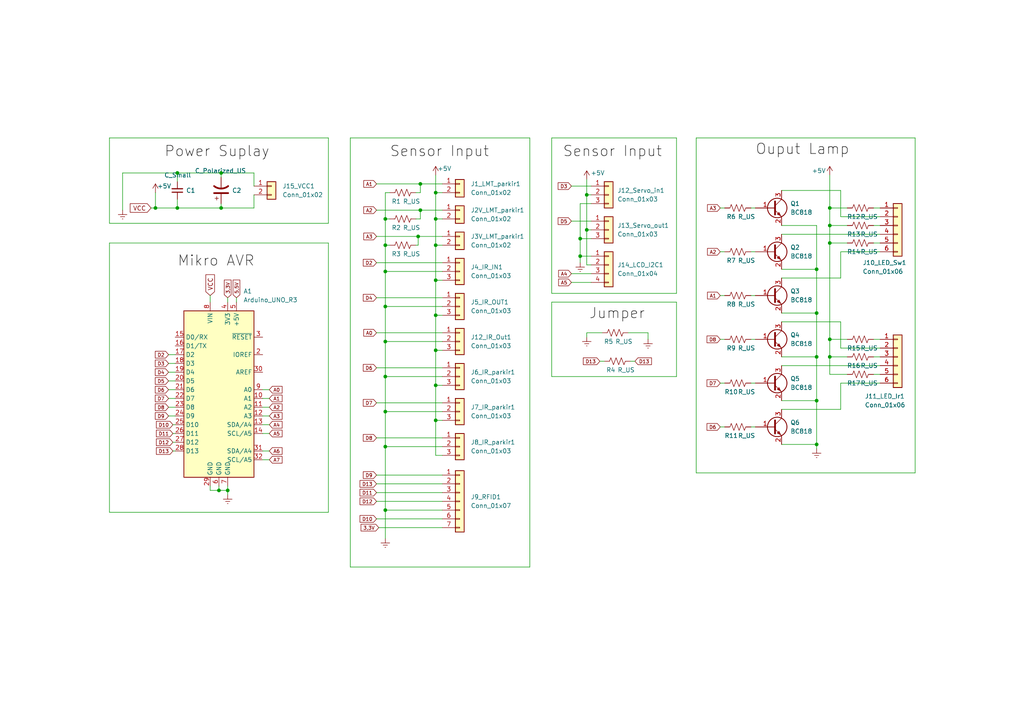
<source format=kicad_sch>
(kicad_sch (version 20211123) (generator eeschema)

  (uuid 865587a8-91fe-4937-9d09-e42d6ec094e3)

  (paper "A4")

  (title_block
    (title "Skematik ")
  )

  (lib_symbols
    (symbol "Connector_Generic:Conn_01x02" (pin_names (offset 1.016) hide) (in_bom yes) (on_board yes)
      (property "Reference" "J" (id 0) (at 0 2.54 0)
        (effects (font (size 1.27 1.27)))
      )
      (property "Value" "Conn_01x02" (id 1) (at 0 -5.08 0)
        (effects (font (size 1.27 1.27)))
      )
      (property "Footprint" "" (id 2) (at 0 0 0)
        (effects (font (size 1.27 1.27)) hide)
      )
      (property "Datasheet" "~" (id 3) (at 0 0 0)
        (effects (font (size 1.27 1.27)) hide)
      )
      (property "ki_keywords" "connector" (id 4) (at 0 0 0)
        (effects (font (size 1.27 1.27)) hide)
      )
      (property "ki_description" "Generic connector, single row, 01x02, script generated (kicad-library-utils/schlib/autogen/connector/)" (id 5) (at 0 0 0)
        (effects (font (size 1.27 1.27)) hide)
      )
      (property "ki_fp_filters" "Connector*:*_1x??_*" (id 6) (at 0 0 0)
        (effects (font (size 1.27 1.27)) hide)
      )
      (symbol "Conn_01x02_1_1"
        (rectangle (start -1.27 -2.413) (end 0 -2.667)
          (stroke (width 0.1524) (type default) (color 0 0 0 0))
          (fill (type none))
        )
        (rectangle (start -1.27 0.127) (end 0 -0.127)
          (stroke (width 0.1524) (type default) (color 0 0 0 0))
          (fill (type none))
        )
        (rectangle (start -1.27 1.27) (end 1.27 -3.81)
          (stroke (width 0.254) (type default) (color 0 0 0 0))
          (fill (type background))
        )
        (pin passive line (at -5.08 0 0) (length 3.81)
          (name "Pin_1" (effects (font (size 1.27 1.27))))
          (number "1" (effects (font (size 1.27 1.27))))
        )
        (pin passive line (at -5.08 -2.54 0) (length 3.81)
          (name "Pin_2" (effects (font (size 1.27 1.27))))
          (number "2" (effects (font (size 1.27 1.27))))
        )
      )
    )
    (symbol "Connector_Generic:Conn_01x03" (pin_names (offset 1.016) hide) (in_bom yes) (on_board yes)
      (property "Reference" "J" (id 0) (at 0 5.08 0)
        (effects (font (size 1.27 1.27)))
      )
      (property "Value" "Conn_01x03" (id 1) (at 0 -5.08 0)
        (effects (font (size 1.27 1.27)))
      )
      (property "Footprint" "" (id 2) (at 0 0 0)
        (effects (font (size 1.27 1.27)) hide)
      )
      (property "Datasheet" "~" (id 3) (at 0 0 0)
        (effects (font (size 1.27 1.27)) hide)
      )
      (property "ki_keywords" "connector" (id 4) (at 0 0 0)
        (effects (font (size 1.27 1.27)) hide)
      )
      (property "ki_description" "Generic connector, single row, 01x03, script generated (kicad-library-utils/schlib/autogen/connector/)" (id 5) (at 0 0 0)
        (effects (font (size 1.27 1.27)) hide)
      )
      (property "ki_fp_filters" "Connector*:*_1x??_*" (id 6) (at 0 0 0)
        (effects (font (size 1.27 1.27)) hide)
      )
      (symbol "Conn_01x03_1_1"
        (rectangle (start -1.27 -2.413) (end 0 -2.667)
          (stroke (width 0.1524) (type default) (color 0 0 0 0))
          (fill (type none))
        )
        (rectangle (start -1.27 0.127) (end 0 -0.127)
          (stroke (width 0.1524) (type default) (color 0 0 0 0))
          (fill (type none))
        )
        (rectangle (start -1.27 2.667) (end 0 2.413)
          (stroke (width 0.1524) (type default) (color 0 0 0 0))
          (fill (type none))
        )
        (rectangle (start -1.27 3.81) (end 1.27 -3.81)
          (stroke (width 0.254) (type default) (color 0 0 0 0))
          (fill (type background))
        )
        (pin passive line (at -5.08 2.54 0) (length 3.81)
          (name "Pin_1" (effects (font (size 1.27 1.27))))
          (number "1" (effects (font (size 1.27 1.27))))
        )
        (pin passive line (at -5.08 0 0) (length 3.81)
          (name "Pin_2" (effects (font (size 1.27 1.27))))
          (number "2" (effects (font (size 1.27 1.27))))
        )
        (pin passive line (at -5.08 -2.54 0) (length 3.81)
          (name "Pin_3" (effects (font (size 1.27 1.27))))
          (number "3" (effects (font (size 1.27 1.27))))
        )
      )
    )
    (symbol "Connector_Generic:Conn_01x04" (pin_names (offset 1.016) hide) (in_bom yes) (on_board yes)
      (property "Reference" "J" (id 0) (at 0 5.08 0)
        (effects (font (size 1.27 1.27)))
      )
      (property "Value" "Conn_01x04" (id 1) (at 0 -7.62 0)
        (effects (font (size 1.27 1.27)))
      )
      (property "Footprint" "" (id 2) (at 0 0 0)
        (effects (font (size 1.27 1.27)) hide)
      )
      (property "Datasheet" "~" (id 3) (at 0 0 0)
        (effects (font (size 1.27 1.27)) hide)
      )
      (property "ki_keywords" "connector" (id 4) (at 0 0 0)
        (effects (font (size 1.27 1.27)) hide)
      )
      (property "ki_description" "Generic connector, single row, 01x04, script generated (kicad-library-utils/schlib/autogen/connector/)" (id 5) (at 0 0 0)
        (effects (font (size 1.27 1.27)) hide)
      )
      (property "ki_fp_filters" "Connector*:*_1x??_*" (id 6) (at 0 0 0)
        (effects (font (size 1.27 1.27)) hide)
      )
      (symbol "Conn_01x04_1_1"
        (rectangle (start -1.27 -4.953) (end 0 -5.207)
          (stroke (width 0.1524) (type default) (color 0 0 0 0))
          (fill (type none))
        )
        (rectangle (start -1.27 -2.413) (end 0 -2.667)
          (stroke (width 0.1524) (type default) (color 0 0 0 0))
          (fill (type none))
        )
        (rectangle (start -1.27 0.127) (end 0 -0.127)
          (stroke (width 0.1524) (type default) (color 0 0 0 0))
          (fill (type none))
        )
        (rectangle (start -1.27 2.667) (end 0 2.413)
          (stroke (width 0.1524) (type default) (color 0 0 0 0))
          (fill (type none))
        )
        (rectangle (start -1.27 3.81) (end 1.27 -6.35)
          (stroke (width 0.254) (type default) (color 0 0 0 0))
          (fill (type background))
        )
        (pin passive line (at -5.08 2.54 0) (length 3.81)
          (name "Pin_1" (effects (font (size 1.27 1.27))))
          (number "1" (effects (font (size 1.27 1.27))))
        )
        (pin passive line (at -5.08 0 0) (length 3.81)
          (name "Pin_2" (effects (font (size 1.27 1.27))))
          (number "2" (effects (font (size 1.27 1.27))))
        )
        (pin passive line (at -5.08 -2.54 0) (length 3.81)
          (name "Pin_3" (effects (font (size 1.27 1.27))))
          (number "3" (effects (font (size 1.27 1.27))))
        )
        (pin passive line (at -5.08 -5.08 0) (length 3.81)
          (name "Pin_4" (effects (font (size 1.27 1.27))))
          (number "4" (effects (font (size 1.27 1.27))))
        )
      )
    )
    (symbol "Connector_Generic:Conn_01x06" (pin_names (offset 1.016) hide) (in_bom yes) (on_board yes)
      (property "Reference" "J" (id 0) (at 0 7.62 0)
        (effects (font (size 1.27 1.27)))
      )
      (property "Value" "Conn_01x06" (id 1) (at 0 -10.16 0)
        (effects (font (size 1.27 1.27)))
      )
      (property "Footprint" "" (id 2) (at 0 0 0)
        (effects (font (size 1.27 1.27)) hide)
      )
      (property "Datasheet" "~" (id 3) (at 0 0 0)
        (effects (font (size 1.27 1.27)) hide)
      )
      (property "ki_keywords" "connector" (id 4) (at 0 0 0)
        (effects (font (size 1.27 1.27)) hide)
      )
      (property "ki_description" "Generic connector, single row, 01x06, script generated (kicad-library-utils/schlib/autogen/connector/)" (id 5) (at 0 0 0)
        (effects (font (size 1.27 1.27)) hide)
      )
      (property "ki_fp_filters" "Connector*:*_1x??_*" (id 6) (at 0 0 0)
        (effects (font (size 1.27 1.27)) hide)
      )
      (symbol "Conn_01x06_1_1"
        (rectangle (start -1.27 -7.493) (end 0 -7.747)
          (stroke (width 0.1524) (type default) (color 0 0 0 0))
          (fill (type none))
        )
        (rectangle (start -1.27 -4.953) (end 0 -5.207)
          (stroke (width 0.1524) (type default) (color 0 0 0 0))
          (fill (type none))
        )
        (rectangle (start -1.27 -2.413) (end 0 -2.667)
          (stroke (width 0.1524) (type default) (color 0 0 0 0))
          (fill (type none))
        )
        (rectangle (start -1.27 0.127) (end 0 -0.127)
          (stroke (width 0.1524) (type default) (color 0 0 0 0))
          (fill (type none))
        )
        (rectangle (start -1.27 2.667) (end 0 2.413)
          (stroke (width 0.1524) (type default) (color 0 0 0 0))
          (fill (type none))
        )
        (rectangle (start -1.27 5.207) (end 0 4.953)
          (stroke (width 0.1524) (type default) (color 0 0 0 0))
          (fill (type none))
        )
        (rectangle (start -1.27 6.35) (end 1.27 -8.89)
          (stroke (width 0.254) (type default) (color 0 0 0 0))
          (fill (type background))
        )
        (pin passive line (at -5.08 5.08 0) (length 3.81)
          (name "Pin_1" (effects (font (size 1.27 1.27))))
          (number "1" (effects (font (size 1.27 1.27))))
        )
        (pin passive line (at -5.08 2.54 0) (length 3.81)
          (name "Pin_2" (effects (font (size 1.27 1.27))))
          (number "2" (effects (font (size 1.27 1.27))))
        )
        (pin passive line (at -5.08 0 0) (length 3.81)
          (name "Pin_3" (effects (font (size 1.27 1.27))))
          (number "3" (effects (font (size 1.27 1.27))))
        )
        (pin passive line (at -5.08 -2.54 0) (length 3.81)
          (name "Pin_4" (effects (font (size 1.27 1.27))))
          (number "4" (effects (font (size 1.27 1.27))))
        )
        (pin passive line (at -5.08 -5.08 0) (length 3.81)
          (name "Pin_5" (effects (font (size 1.27 1.27))))
          (number "5" (effects (font (size 1.27 1.27))))
        )
        (pin passive line (at -5.08 -7.62 0) (length 3.81)
          (name "Pin_6" (effects (font (size 1.27 1.27))))
          (number "6" (effects (font (size 1.27 1.27))))
        )
      )
    )
    (symbol "Connector_Generic:Conn_01x07" (pin_names (offset 1.016) hide) (in_bom yes) (on_board yes)
      (property "Reference" "J" (id 0) (at 0 10.16 0)
        (effects (font (size 1.27 1.27)))
      )
      (property "Value" "Conn_01x07" (id 1) (at 0 -10.16 0)
        (effects (font (size 1.27 1.27)))
      )
      (property "Footprint" "" (id 2) (at 0 0 0)
        (effects (font (size 1.27 1.27)) hide)
      )
      (property "Datasheet" "~" (id 3) (at 0 0 0)
        (effects (font (size 1.27 1.27)) hide)
      )
      (property "ki_keywords" "connector" (id 4) (at 0 0 0)
        (effects (font (size 1.27 1.27)) hide)
      )
      (property "ki_description" "Generic connector, single row, 01x07, script generated (kicad-library-utils/schlib/autogen/connector/)" (id 5) (at 0 0 0)
        (effects (font (size 1.27 1.27)) hide)
      )
      (property "ki_fp_filters" "Connector*:*_1x??_*" (id 6) (at 0 0 0)
        (effects (font (size 1.27 1.27)) hide)
      )
      (symbol "Conn_01x07_1_1"
        (rectangle (start -1.27 -7.493) (end 0 -7.747)
          (stroke (width 0.1524) (type default) (color 0 0 0 0))
          (fill (type none))
        )
        (rectangle (start -1.27 -4.953) (end 0 -5.207)
          (stroke (width 0.1524) (type default) (color 0 0 0 0))
          (fill (type none))
        )
        (rectangle (start -1.27 -2.413) (end 0 -2.667)
          (stroke (width 0.1524) (type default) (color 0 0 0 0))
          (fill (type none))
        )
        (rectangle (start -1.27 0.127) (end 0 -0.127)
          (stroke (width 0.1524) (type default) (color 0 0 0 0))
          (fill (type none))
        )
        (rectangle (start -1.27 2.667) (end 0 2.413)
          (stroke (width 0.1524) (type default) (color 0 0 0 0))
          (fill (type none))
        )
        (rectangle (start -1.27 5.207) (end 0 4.953)
          (stroke (width 0.1524) (type default) (color 0 0 0 0))
          (fill (type none))
        )
        (rectangle (start -1.27 7.747) (end 0 7.493)
          (stroke (width 0.1524) (type default) (color 0 0 0 0))
          (fill (type none))
        )
        (rectangle (start -1.27 8.89) (end 1.27 -8.89)
          (stroke (width 0.254) (type default) (color 0 0 0 0))
          (fill (type background))
        )
        (pin passive line (at -5.08 7.62 0) (length 3.81)
          (name "Pin_1" (effects (font (size 1.27 1.27))))
          (number "1" (effects (font (size 1.27 1.27))))
        )
        (pin passive line (at -5.08 5.08 0) (length 3.81)
          (name "Pin_2" (effects (font (size 1.27 1.27))))
          (number "2" (effects (font (size 1.27 1.27))))
        )
        (pin passive line (at -5.08 2.54 0) (length 3.81)
          (name "Pin_3" (effects (font (size 1.27 1.27))))
          (number "3" (effects (font (size 1.27 1.27))))
        )
        (pin passive line (at -5.08 0 0) (length 3.81)
          (name "Pin_4" (effects (font (size 1.27 1.27))))
          (number "4" (effects (font (size 1.27 1.27))))
        )
        (pin passive line (at -5.08 -2.54 0) (length 3.81)
          (name "Pin_5" (effects (font (size 1.27 1.27))))
          (number "5" (effects (font (size 1.27 1.27))))
        )
        (pin passive line (at -5.08 -5.08 0) (length 3.81)
          (name "Pin_6" (effects (font (size 1.27 1.27))))
          (number "6" (effects (font (size 1.27 1.27))))
        )
        (pin passive line (at -5.08 -7.62 0) (length 3.81)
          (name "Pin_7" (effects (font (size 1.27 1.27))))
          (number "7" (effects (font (size 1.27 1.27))))
        )
      )
    )
    (symbol "Device:C_Polarized_US" (pin_numbers hide) (pin_names (offset 0.254) hide) (in_bom yes) (on_board yes)
      (property "Reference" "C" (id 0) (at 0.635 2.54 0)
        (effects (font (size 1.27 1.27)) (justify left))
      )
      (property "Value" "C_Polarized_US" (id 1) (at 0.635 -2.54 0)
        (effects (font (size 1.27 1.27)) (justify left))
      )
      (property "Footprint" "" (id 2) (at 0 0 0)
        (effects (font (size 1.27 1.27)) hide)
      )
      (property "Datasheet" "~" (id 3) (at 0 0 0)
        (effects (font (size 1.27 1.27)) hide)
      )
      (property "ki_keywords" "cap capacitor" (id 4) (at 0 0 0)
        (effects (font (size 1.27 1.27)) hide)
      )
      (property "ki_description" "Polarized capacitor, US symbol" (id 5) (at 0 0 0)
        (effects (font (size 1.27 1.27)) hide)
      )
      (property "ki_fp_filters" "CP_*" (id 6) (at 0 0 0)
        (effects (font (size 1.27 1.27)) hide)
      )
      (symbol "C_Polarized_US_0_1"
        (polyline
          (pts
            (xy -2.032 0.762)
            (xy 2.032 0.762)
          )
          (stroke (width 0.508) (type default) (color 0 0 0 0))
          (fill (type none))
        )
        (polyline
          (pts
            (xy -1.778 2.286)
            (xy -0.762 2.286)
          )
          (stroke (width 0) (type default) (color 0 0 0 0))
          (fill (type none))
        )
        (polyline
          (pts
            (xy -1.27 1.778)
            (xy -1.27 2.794)
          )
          (stroke (width 0) (type default) (color 0 0 0 0))
          (fill (type none))
        )
        (arc (start 2.032 -1.27) (mid 0 -0.5572) (end -2.032 -1.27)
          (stroke (width 0.508) (type default) (color 0 0 0 0))
          (fill (type none))
        )
      )
      (symbol "C_Polarized_US_1_1"
        (pin passive line (at 0 3.81 270) (length 2.794)
          (name "~" (effects (font (size 1.27 1.27))))
          (number "1" (effects (font (size 1.27 1.27))))
        )
        (pin passive line (at 0 -3.81 90) (length 3.302)
          (name "~" (effects (font (size 1.27 1.27))))
          (number "2" (effects (font (size 1.27 1.27))))
        )
      )
    )
    (symbol "Device:C_Small" (pin_numbers hide) (pin_names (offset 0.254) hide) (in_bom yes) (on_board yes)
      (property "Reference" "C" (id 0) (at 0.254 1.778 0)
        (effects (font (size 1.27 1.27)) (justify left))
      )
      (property "Value" "C_Small" (id 1) (at 0.254 -2.032 0)
        (effects (font (size 1.27 1.27)) (justify left))
      )
      (property "Footprint" "" (id 2) (at 0 0 0)
        (effects (font (size 1.27 1.27)) hide)
      )
      (property "Datasheet" "~" (id 3) (at 0 0 0)
        (effects (font (size 1.27 1.27)) hide)
      )
      (property "ki_keywords" "capacitor cap" (id 4) (at 0 0 0)
        (effects (font (size 1.27 1.27)) hide)
      )
      (property "ki_description" "Unpolarized capacitor, small symbol" (id 5) (at 0 0 0)
        (effects (font (size 1.27 1.27)) hide)
      )
      (property "ki_fp_filters" "C_*" (id 6) (at 0 0 0)
        (effects (font (size 1.27 1.27)) hide)
      )
      (symbol "C_Small_0_1"
        (polyline
          (pts
            (xy -1.524 -0.508)
            (xy 1.524 -0.508)
          )
          (stroke (width 0.3302) (type default) (color 0 0 0 0))
          (fill (type none))
        )
        (polyline
          (pts
            (xy -1.524 0.508)
            (xy 1.524 0.508)
          )
          (stroke (width 0.3048) (type default) (color 0 0 0 0))
          (fill (type none))
        )
      )
      (symbol "C_Small_1_1"
        (pin passive line (at 0 2.54 270) (length 2.032)
          (name "~" (effects (font (size 1.27 1.27))))
          (number "1" (effects (font (size 1.27 1.27))))
        )
        (pin passive line (at 0 -2.54 90) (length 2.032)
          (name "~" (effects (font (size 1.27 1.27))))
          (number "2" (effects (font (size 1.27 1.27))))
        )
      )
    )
    (symbol "Device:R_US" (pin_numbers hide) (pin_names (offset 0)) (in_bom yes) (on_board yes)
      (property "Reference" "R" (id 0) (at 2.54 0 90)
        (effects (font (size 1.27 1.27)))
      )
      (property "Value" "R_US" (id 1) (at -2.54 0 90)
        (effects (font (size 1.27 1.27)))
      )
      (property "Footprint" "" (id 2) (at 1.016 -0.254 90)
        (effects (font (size 1.27 1.27)) hide)
      )
      (property "Datasheet" "~" (id 3) (at 0 0 0)
        (effects (font (size 1.27 1.27)) hide)
      )
      (property "ki_keywords" "R res resistor" (id 4) (at 0 0 0)
        (effects (font (size 1.27 1.27)) hide)
      )
      (property "ki_description" "Resistor, US symbol" (id 5) (at 0 0 0)
        (effects (font (size 1.27 1.27)) hide)
      )
      (property "ki_fp_filters" "R_*" (id 6) (at 0 0 0)
        (effects (font (size 1.27 1.27)) hide)
      )
      (symbol "R_US_0_1"
        (polyline
          (pts
            (xy 0 -2.286)
            (xy 0 -2.54)
          )
          (stroke (width 0) (type default) (color 0 0 0 0))
          (fill (type none))
        )
        (polyline
          (pts
            (xy 0 2.286)
            (xy 0 2.54)
          )
          (stroke (width 0) (type default) (color 0 0 0 0))
          (fill (type none))
        )
        (polyline
          (pts
            (xy 0 -0.762)
            (xy 1.016 -1.143)
            (xy 0 -1.524)
            (xy -1.016 -1.905)
            (xy 0 -2.286)
          )
          (stroke (width 0) (type default) (color 0 0 0 0))
          (fill (type none))
        )
        (polyline
          (pts
            (xy 0 0.762)
            (xy 1.016 0.381)
            (xy 0 0)
            (xy -1.016 -0.381)
            (xy 0 -0.762)
          )
          (stroke (width 0) (type default) (color 0 0 0 0))
          (fill (type none))
        )
        (polyline
          (pts
            (xy 0 2.286)
            (xy 1.016 1.905)
            (xy 0 1.524)
            (xy -1.016 1.143)
            (xy 0 0.762)
          )
          (stroke (width 0) (type default) (color 0 0 0 0))
          (fill (type none))
        )
      )
      (symbol "R_US_1_1"
        (pin passive line (at 0 3.81 270) (length 1.27)
          (name "~" (effects (font (size 1.27 1.27))))
          (number "1" (effects (font (size 1.27 1.27))))
        )
        (pin passive line (at 0 -3.81 90) (length 1.27)
          (name "~" (effects (font (size 1.27 1.27))))
          (number "2" (effects (font (size 1.27 1.27))))
        )
      )
    )
    (symbol "MCU_Module:Arduino_UNO_R3" (in_bom yes) (on_board yes)
      (property "Reference" "A" (id 0) (at -10.16 23.495 0)
        (effects (font (size 1.27 1.27)) (justify left bottom))
      )
      (property "Value" "Arduino_UNO_R3" (id 1) (at 5.08 -26.67 0)
        (effects (font (size 1.27 1.27)) (justify left top))
      )
      (property "Footprint" "Module:Arduino_UNO_R3" (id 2) (at 0 0 0)
        (effects (font (size 1.27 1.27) italic) hide)
      )
      (property "Datasheet" "https://www.arduino.cc/en/Main/arduinoBoardUno" (id 3) (at 0 0 0)
        (effects (font (size 1.27 1.27)) hide)
      )
      (property "ki_keywords" "Arduino UNO R3 Microcontroller Module Atmel AVR USB" (id 4) (at 0 0 0)
        (effects (font (size 1.27 1.27)) hide)
      )
      (property "ki_description" "Arduino UNO Microcontroller Module, release 3" (id 5) (at 0 0 0)
        (effects (font (size 1.27 1.27)) hide)
      )
      (property "ki_fp_filters" "Arduino*UNO*R3*" (id 6) (at 0 0 0)
        (effects (font (size 1.27 1.27)) hide)
      )
      (symbol "Arduino_UNO_R3_0_1"
        (rectangle (start -10.16 22.86) (end 10.16 -25.4)
          (stroke (width 0.254) (type default) (color 0 0 0 0))
          (fill (type background))
        )
      )
      (symbol "Arduino_UNO_R3_1_1"
        (pin no_connect line (at -10.16 -20.32 0) (length 2.54) hide
          (name "NC" (effects (font (size 1.27 1.27))))
          (number "1" (effects (font (size 1.27 1.27))))
        )
        (pin bidirectional line (at 12.7 -2.54 180) (length 2.54)
          (name "A1" (effects (font (size 1.27 1.27))))
          (number "10" (effects (font (size 1.27 1.27))))
        )
        (pin bidirectional line (at 12.7 -5.08 180) (length 2.54)
          (name "A2" (effects (font (size 1.27 1.27))))
          (number "11" (effects (font (size 1.27 1.27))))
        )
        (pin bidirectional line (at 12.7 -7.62 180) (length 2.54)
          (name "A3" (effects (font (size 1.27 1.27))))
          (number "12" (effects (font (size 1.27 1.27))))
        )
        (pin bidirectional line (at 12.7 -10.16 180) (length 2.54)
          (name "SDA/A4" (effects (font (size 1.27 1.27))))
          (number "13" (effects (font (size 1.27 1.27))))
        )
        (pin bidirectional line (at 12.7 -12.7 180) (length 2.54)
          (name "SCL/A5" (effects (font (size 1.27 1.27))))
          (number "14" (effects (font (size 1.27 1.27))))
        )
        (pin bidirectional line (at -12.7 15.24 0) (length 2.54)
          (name "D0/RX" (effects (font (size 1.27 1.27))))
          (number "15" (effects (font (size 1.27 1.27))))
        )
        (pin bidirectional line (at -12.7 12.7 0) (length 2.54)
          (name "D1/TX" (effects (font (size 1.27 1.27))))
          (number "16" (effects (font (size 1.27 1.27))))
        )
        (pin bidirectional line (at -12.7 10.16 0) (length 2.54)
          (name "D2" (effects (font (size 1.27 1.27))))
          (number "17" (effects (font (size 1.27 1.27))))
        )
        (pin bidirectional line (at -12.7 7.62 0) (length 2.54)
          (name "D3" (effects (font (size 1.27 1.27))))
          (number "18" (effects (font (size 1.27 1.27))))
        )
        (pin bidirectional line (at -12.7 5.08 0) (length 2.54)
          (name "D4" (effects (font (size 1.27 1.27))))
          (number "19" (effects (font (size 1.27 1.27))))
        )
        (pin output line (at 12.7 10.16 180) (length 2.54)
          (name "IOREF" (effects (font (size 1.27 1.27))))
          (number "2" (effects (font (size 1.27 1.27))))
        )
        (pin bidirectional line (at -12.7 2.54 0) (length 2.54)
          (name "D5" (effects (font (size 1.27 1.27))))
          (number "20" (effects (font (size 1.27 1.27))))
        )
        (pin bidirectional line (at -12.7 0 0) (length 2.54)
          (name "D6" (effects (font (size 1.27 1.27))))
          (number "21" (effects (font (size 1.27 1.27))))
        )
        (pin bidirectional line (at -12.7 -2.54 0) (length 2.54)
          (name "D7" (effects (font (size 1.27 1.27))))
          (number "22" (effects (font (size 1.27 1.27))))
        )
        (pin bidirectional line (at -12.7 -5.08 0) (length 2.54)
          (name "D8" (effects (font (size 1.27 1.27))))
          (number "23" (effects (font (size 1.27 1.27))))
        )
        (pin bidirectional line (at -12.7 -7.62 0) (length 2.54)
          (name "D9" (effects (font (size 1.27 1.27))))
          (number "24" (effects (font (size 1.27 1.27))))
        )
        (pin bidirectional line (at -12.7 -10.16 0) (length 2.54)
          (name "D10" (effects (font (size 1.27 1.27))))
          (number "25" (effects (font (size 1.27 1.27))))
        )
        (pin bidirectional line (at -12.7 -12.7 0) (length 2.54)
          (name "D11" (effects (font (size 1.27 1.27))))
          (number "26" (effects (font (size 1.27 1.27))))
        )
        (pin bidirectional line (at -12.7 -15.24 0) (length 2.54)
          (name "D12" (effects (font (size 1.27 1.27))))
          (number "27" (effects (font (size 1.27 1.27))))
        )
        (pin bidirectional line (at -12.7 -17.78 0) (length 2.54)
          (name "D13" (effects (font (size 1.27 1.27))))
          (number "28" (effects (font (size 1.27 1.27))))
        )
        (pin power_in line (at -2.54 -27.94 90) (length 2.54)
          (name "GND" (effects (font (size 1.27 1.27))))
          (number "29" (effects (font (size 1.27 1.27))))
        )
        (pin input line (at 12.7 15.24 180) (length 2.54)
          (name "~{RESET}" (effects (font (size 1.27 1.27))))
          (number "3" (effects (font (size 1.27 1.27))))
        )
        (pin input line (at 12.7 5.08 180) (length 2.54)
          (name "AREF" (effects (font (size 1.27 1.27))))
          (number "30" (effects (font (size 1.27 1.27))))
        )
        (pin bidirectional line (at 12.7 -17.78 180) (length 2.54)
          (name "SDA/A4" (effects (font (size 1.27 1.27))))
          (number "31" (effects (font (size 1.27 1.27))))
        )
        (pin bidirectional line (at 12.7 -20.32 180) (length 2.54)
          (name "SCL/A5" (effects (font (size 1.27 1.27))))
          (number "32" (effects (font (size 1.27 1.27))))
        )
        (pin power_out line (at 2.54 25.4 270) (length 2.54)
          (name "3V3" (effects (font (size 1.27 1.27))))
          (number "4" (effects (font (size 1.27 1.27))))
        )
        (pin power_out line (at 5.08 25.4 270) (length 2.54)
          (name "+5V" (effects (font (size 1.27 1.27))))
          (number "5" (effects (font (size 1.27 1.27))))
        )
        (pin power_in line (at 0 -27.94 90) (length 2.54)
          (name "GND" (effects (font (size 1.27 1.27))))
          (number "6" (effects (font (size 1.27 1.27))))
        )
        (pin power_in line (at 2.54 -27.94 90) (length 2.54)
          (name "GND" (effects (font (size 1.27 1.27))))
          (number "7" (effects (font (size 1.27 1.27))))
        )
        (pin power_in line (at -2.54 25.4 270) (length 2.54)
          (name "VIN" (effects (font (size 1.27 1.27))))
          (number "8" (effects (font (size 1.27 1.27))))
        )
        (pin bidirectional line (at 12.7 0 180) (length 2.54)
          (name "A0" (effects (font (size 1.27 1.27))))
          (number "9" (effects (font (size 1.27 1.27))))
        )
      )
    )
    (symbol "Transistor_BJT:BC818" (pin_names (offset 0) hide) (in_bom yes) (on_board yes)
      (property "Reference" "Q" (id 0) (at 5.08 1.905 0)
        (effects (font (size 1.27 1.27)) (justify left))
      )
      (property "Value" "BC818" (id 1) (at 5.08 0 0)
        (effects (font (size 1.27 1.27)) (justify left))
      )
      (property "Footprint" "Package_TO_SOT_SMD:SOT-23" (id 2) (at 5.08 -1.905 0)
        (effects (font (size 1.27 1.27) italic) (justify left) hide)
      )
      (property "Datasheet" "https://www.onsemi.com/pub/Collateral/BC818-D.pdf" (id 3) (at 0 0 0)
        (effects (font (size 1.27 1.27)) (justify left) hide)
      )
      (property "ki_keywords" "NPN Transistor" (id 4) (at 0 0 0)
        (effects (font (size 1.27 1.27)) hide)
      )
      (property "ki_description" "0.8A Ic, 25V Vce, NPN Transistor, SOT-23" (id 5) (at 0 0 0)
        (effects (font (size 1.27 1.27)) hide)
      )
      (property "ki_fp_filters" "SOT?23*" (id 6) (at 0 0 0)
        (effects (font (size 1.27 1.27)) hide)
      )
      (symbol "BC818_0_1"
        (polyline
          (pts
            (xy 0.635 0.635)
            (xy 2.54 2.54)
          )
          (stroke (width 0) (type default) (color 0 0 0 0))
          (fill (type none))
        )
        (polyline
          (pts
            (xy 0.635 -0.635)
            (xy 2.54 -2.54)
            (xy 2.54 -2.54)
          )
          (stroke (width 0) (type default) (color 0 0 0 0))
          (fill (type none))
        )
        (polyline
          (pts
            (xy 0.635 1.905)
            (xy 0.635 -1.905)
            (xy 0.635 -1.905)
          )
          (stroke (width 0.508) (type default) (color 0 0 0 0))
          (fill (type none))
        )
        (polyline
          (pts
            (xy 1.27 -1.778)
            (xy 1.778 -1.27)
            (xy 2.286 -2.286)
            (xy 1.27 -1.778)
            (xy 1.27 -1.778)
          )
          (stroke (width 0) (type default) (color 0 0 0 0))
          (fill (type outline))
        )
        (circle (center 1.27 0) (radius 2.8194)
          (stroke (width 0.254) (type default) (color 0 0 0 0))
          (fill (type none))
        )
      )
      (symbol "BC818_1_1"
        (pin input line (at -5.08 0 0) (length 5.715)
          (name "B" (effects (font (size 1.27 1.27))))
          (number "1" (effects (font (size 1.27 1.27))))
        )
        (pin passive line (at 2.54 -5.08 90) (length 2.54)
          (name "E" (effects (font (size 1.27 1.27))))
          (number "2" (effects (font (size 1.27 1.27))))
        )
        (pin passive line (at 2.54 5.08 270) (length 2.54)
          (name "C" (effects (font (size 1.27 1.27))))
          (number "3" (effects (font (size 1.27 1.27))))
        )
      )
    )
    (symbol "power:+5V" (power) (pin_names (offset 0)) (in_bom yes) (on_board yes)
      (property "Reference" "#PWR" (id 0) (at 0 -3.81 0)
        (effects (font (size 1.27 1.27)) hide)
      )
      (property "Value" "+5V" (id 1) (at 0 3.556 0)
        (effects (font (size 1.27 1.27)))
      )
      (property "Footprint" "" (id 2) (at 0 0 0)
        (effects (font (size 1.27 1.27)) hide)
      )
      (property "Datasheet" "" (id 3) (at 0 0 0)
        (effects (font (size 1.27 1.27)) hide)
      )
      (property "ki_keywords" "power-flag" (id 4) (at 0 0 0)
        (effects (font (size 1.27 1.27)) hide)
      )
      (property "ki_description" "Power symbol creates a global label with name \"+5V\"" (id 5) (at 0 0 0)
        (effects (font (size 1.27 1.27)) hide)
      )
      (symbol "+5V_0_1"
        (polyline
          (pts
            (xy -0.762 1.27)
            (xy 0 2.54)
          )
          (stroke (width 0) (type default) (color 0 0 0 0))
          (fill (type none))
        )
        (polyline
          (pts
            (xy 0 0)
            (xy 0 2.54)
          )
          (stroke (width 0) (type default) (color 0 0 0 0))
          (fill (type none))
        )
        (polyline
          (pts
            (xy 0 2.54)
            (xy 0.762 1.27)
          )
          (stroke (width 0) (type default) (color 0 0 0 0))
          (fill (type none))
        )
      )
      (symbol "+5V_1_1"
        (pin power_in line (at 0 0 90) (length 0) hide
          (name "+5V" (effects (font (size 1.27 1.27))))
          (number "1" (effects (font (size 1.27 1.27))))
        )
      )
    )
    (symbol "power:Earth" (power) (pin_names (offset 0)) (in_bom yes) (on_board yes)
      (property "Reference" "#PWR" (id 0) (at 0 -6.35 0)
        (effects (font (size 1.27 1.27)) hide)
      )
      (property "Value" "Earth" (id 1) (at 0 -3.81 0)
        (effects (font (size 1.27 1.27)) hide)
      )
      (property "Footprint" "" (id 2) (at 0 0 0)
        (effects (font (size 1.27 1.27)) hide)
      )
      (property "Datasheet" "~" (id 3) (at 0 0 0)
        (effects (font (size 1.27 1.27)) hide)
      )
      (property "ki_keywords" "power-flag ground gnd" (id 4) (at 0 0 0)
        (effects (font (size 1.27 1.27)) hide)
      )
      (property "ki_description" "Power symbol creates a global label with name \"Earth\"" (id 5) (at 0 0 0)
        (effects (font (size 1.27 1.27)) hide)
      )
      (symbol "Earth_0_1"
        (polyline
          (pts
            (xy -0.635 -1.905)
            (xy 0.635 -1.905)
          )
          (stroke (width 0) (type default) (color 0 0 0 0))
          (fill (type none))
        )
        (polyline
          (pts
            (xy -0.127 -2.54)
            (xy 0.127 -2.54)
          )
          (stroke (width 0) (type default) (color 0 0 0 0))
          (fill (type none))
        )
        (polyline
          (pts
            (xy 0 -1.27)
            (xy 0 0)
          )
          (stroke (width 0) (type default) (color 0 0 0 0))
          (fill (type none))
        )
        (polyline
          (pts
            (xy 1.27 -1.27)
            (xy -1.27 -1.27)
          )
          (stroke (width 0) (type default) (color 0 0 0 0))
          (fill (type none))
        )
      )
      (symbol "Earth_1_1"
        (pin power_in line (at 0 0 270) (length 0) hide
          (name "Earth" (effects (font (size 1.27 1.27))))
          (number "1" (effects (font (size 1.27 1.27))))
        )
      )
    )
  )

  (junction (at 66.04 142.24) (diameter 0) (color 0 0 0 0)
    (uuid 01f3c3b5-549d-4d87-835c-cf870ad4ad57)
  )
  (junction (at 236.855 128.905) (diameter 0) (color 0 0 0 0)
    (uuid 03b985e0-d259-44da-85a3-e7ac9307021f)
  )
  (junction (at 111.76 119.38) (diameter 0) (color 0 0 0 0)
    (uuid 053093fd-add8-427a-89fe-dd37fc2fcc25)
  )
  (junction (at 236.855 116.205) (diameter 0) (color 0 0 0 0)
    (uuid 06f2ecbe-50af-4fac-b5f9-c3102bd422fd)
  )
  (junction (at 126.365 121.92) (diameter 0) (color 0 0 0 0)
    (uuid 0dc078ba-ac39-4308-a979-9261ec507cb2)
  )
  (junction (at 111.76 109.22) (diameter 0) (color 0 0 0 0)
    (uuid 0f4fa867-df7b-41fb-9eba-520f262f8083)
  )
  (junction (at 51.435 60.325) (diameter 0) (color 0 0 0 0)
    (uuid 1036f034-aebf-47fe-978f-87b95ee5d14c)
  )
  (junction (at 240.665 70.485) (diameter 0) (color 0 0 0 0)
    (uuid 2b44425c-80fe-48a0-9192-bfeceadaae18)
  )
  (junction (at 240.665 98.425) (diameter 0) (color 0 0 0 0)
    (uuid 2e75bf78-30d9-459f-a02d-3c3b9b55bedd)
  )
  (junction (at 236.855 103.505) (diameter 0) (color 0 0 0 0)
    (uuid 2faa1232-d327-4ce1-92f2-fe5dfb7abe01)
  )
  (junction (at 168.275 74.295) (diameter 0) (color 0 0 0 0)
    (uuid 35d7e1cb-9430-4125-a825-2223786183b3)
  )
  (junction (at 111.76 99.06) (diameter 0) (color 0 0 0 0)
    (uuid 380f569e-763e-4233-90bf-d30db5d3fdc7)
  )
  (junction (at 111.76 129.54) (diameter 0) (color 0 0 0 0)
    (uuid 3b9e3f7d-0c91-4e04-ab20-a1d6f94901f3)
  )
  (junction (at 126.365 81.28) (diameter 0) (color 0 0 0 0)
    (uuid 3e3a3fe1-6296-4427-ad06-ea4d0db82ccf)
  )
  (junction (at 111.76 88.9) (diameter 0) (color 0 0 0 0)
    (uuid 42e82327-12bb-4815-a4c9-2b0be53c3206)
  )
  (junction (at 126.365 91.44) (diameter 0) (color 0 0 0 0)
    (uuid 4afd32c0-d096-4133-8ad1-556799d0e58b)
  )
  (junction (at 126.365 111.76) (diameter 0) (color 0 0 0 0)
    (uuid 5df8c6b8-3bf5-47a6-be46-e30b1308d72f)
  )
  (junction (at 111.76 71.12) (diameter 0) (color 0 0 0 0)
    (uuid 5fb80c3b-ad2a-49c2-90c4-ffec1157a309)
  )
  (junction (at 51.435 50.165) (diameter 0) (color 0 0 0 0)
    (uuid 6e738c95-0803-474c-927c-f8b97b0812de)
  )
  (junction (at 126.365 55.88) (diameter 0) (color 0 0 0 0)
    (uuid 79b231f5-235d-41ee-8774-eaf62c290641)
  )
  (junction (at 126.365 63.5) (diameter 0) (color 0 0 0 0)
    (uuid 80730d49-f5cd-40f4-9acd-93766d4e1457)
  )
  (junction (at 64.135 60.325) (diameter 0) (color 0 0 0 0)
    (uuid 80c3daa4-1221-48d9-b186-ae4dbef17fed)
  )
  (junction (at 63.5 142.24) (diameter 0) (color 0 0 0 0)
    (uuid 82587ac0-8b59-40b2-8fac-f8e26e74e7f0)
  )
  (junction (at 236.855 78.105) (diameter 0) (color 0 0 0 0)
    (uuid 8dbb69cd-11a0-4de8-83e8-810c4bb3d3cf)
  )
  (junction (at 121.92 53.34) (diameter 0) (color 0 0 0 0)
    (uuid 90f50821-72d5-478d-bc9d-7a04885a2f81)
  )
  (junction (at 126.365 101.6) (diameter 0) (color 0 0 0 0)
    (uuid a0455630-d9df-4e31-90aa-11d0fd988d4d)
  )
  (junction (at 168.275 69.215) (diameter 0) (color 0 0 0 0)
    (uuid a06f1035-f00d-4467-b06b-ed957b91e057)
  )
  (junction (at 45.085 60.325) (diameter 0) (color 0 0 0 0)
    (uuid a23bab68-36eb-4379-8d98-2c65a79816e6)
  )
  (junction (at 240.665 65.405) (diameter 0) (color 0 0 0 0)
    (uuid aa33aa17-4688-4d78-a643-a2919f3a8cae)
  )
  (junction (at 111.76 78.74) (diameter 0) (color 0 0 0 0)
    (uuid b3053ffe-3942-4bf5-824d-f6ef94600af4)
  )
  (junction (at 64.135 50.165) (diameter 0) (color 0 0 0 0)
    (uuid cac55d15-b7b5-4834-9f05-fdeef44b36f1)
  )
  (junction (at 121.285 68.58) (diameter 0) (color 0 0 0 0)
    (uuid cb2e28bd-1dc0-4ed6-afb6-d9cd2206cc77)
  )
  (junction (at 111.76 63.5) (diameter 0) (color 0 0 0 0)
    (uuid d1937031-8800-40af-a663-99a6ba4b9ab4)
  )
  (junction (at 121.92 60.96) (diameter 0) (color 0 0 0 0)
    (uuid d745edd0-e546-423f-8d7c-7c55571ec265)
  )
  (junction (at 240.665 103.505) (diameter 0) (color 0 0 0 0)
    (uuid d7fb1f39-a8ab-454a-bf3b-5b242cfca513)
  )
  (junction (at 236.855 90.805) (diameter 0) (color 0 0 0 0)
    (uuid d9733051-a386-4113-a39e-53cbc146f0d8)
  )
  (junction (at 170.18 66.675) (diameter 0) (color 0 0 0 0)
    (uuid e9c87e86-e89a-4a13-9aa4-d0061e91fc8d)
  )
  (junction (at 126.365 71.12) (diameter 0) (color 0 0 0 0)
    (uuid ec80f260-52d9-479c-86ab-31d927d6048d)
  )
  (junction (at 111.76 147.955) (diameter 0) (color 0 0 0 0)
    (uuid ef5455a5-f888-41c8-a2fd-669b4ba7a821)
  )
  (junction (at 240.665 60.325) (diameter 0) (color 0 0 0 0)
    (uuid f2cf0b78-7a70-4b89-a044-3bbba1a4b88c)
  )
  (junction (at 170.18 56.515) (diameter 0) (color 0 0 0 0)
    (uuid f656fabf-6777-4237-bf9b-67a9ed163971)
  )

  (wire (pts (xy 35.56 60.96) (xy 35.56 50.165))
    (stroke (width 0) (type default) (color 0 0 0 0))
    (uuid 00f539d6-1939-4e9b-9a01-07eecca56b99)
  )
  (wire (pts (xy 240.665 98.425) (xy 245.745 98.425))
    (stroke (width 0) (type default) (color 0 0 0 0))
    (uuid 03007b40-f77f-41e9-b5a7-d35dfc168b8f)
  )
  (wire (pts (xy 68.58 86.36) (xy 68.58 87.63))
    (stroke (width 0) (type default) (color 0 0 0 0))
    (uuid 04185eb6-ac26-46fa-9968-8eeece2c1248)
  )
  (wire (pts (xy 31.75 70.485) (xy 95.25 70.485))
    (stroke (width 0) (type default) (color 0 0 0 0))
    (uuid 0457d599-1ec7-4270-8614-2c30a2693671)
  )
  (wire (pts (xy 45.085 60.325) (xy 45.085 55.88))
    (stroke (width 0) (type default) (color 0 0 0 0))
    (uuid 04d094de-bc3c-421c-816a-126a289ea431)
  )
  (wire (pts (xy 76.2 118.11) (xy 78.105 118.11))
    (stroke (width 0) (type default) (color 0 0 0 0))
    (uuid 04d63748-4761-4e25-936e-082d1817336e)
  )
  (wire (pts (xy 60.96 85.725) (xy 60.96 87.63))
    (stroke (width 0) (type default) (color 0 0 0 0))
    (uuid 05817772-8d41-48b1-b9fe-e46c768f277c)
  )
  (wire (pts (xy 121.285 68.58) (xy 128.27 68.58))
    (stroke (width 0) (type default) (color 0 0 0 0))
    (uuid 05ba9c3f-e1bb-4948-863e-239ce5e5360c)
  )
  (wire (pts (xy 165.735 64.135) (xy 171.45 64.135))
    (stroke (width 0) (type default) (color 0 0 0 0))
    (uuid 06768c03-8109-4c33-9d32-8342e5df8232)
  )
  (wire (pts (xy 126.365 55.88) (xy 126.365 63.5))
    (stroke (width 0) (type default) (color 0 0 0 0))
    (uuid 067f89f7-7044-432d-8353-6118030af5ec)
  )
  (wire (pts (xy 253.365 108.585) (xy 255.27 108.585))
    (stroke (width 0) (type default) (color 0 0 0 0))
    (uuid 0683f7b9-3531-4c81-8e60-245b2b76f0bf)
  )
  (wire (pts (xy 95.25 70.485) (xy 95.25 148.59))
    (stroke (width 0) (type default) (color 0 0 0 0))
    (uuid 0951fc53-e751-49db-a579-953d46150b83)
  )
  (wire (pts (xy 76.2 123.19) (xy 78.105 123.19))
    (stroke (width 0) (type default) (color 0 0 0 0))
    (uuid 0b75b8b7-16f6-48e2-b0f8-a4d5d8096a84)
  )
  (wire (pts (xy 226.695 103.505) (xy 236.855 103.505))
    (stroke (width 0) (type default) (color 0 0 0 0))
    (uuid 0bb9e749-5385-4e2b-9748-db1dcc8b5a78)
  )
  (wire (pts (xy 126.365 50.8) (xy 126.365 55.88))
    (stroke (width 0) (type default) (color 0 0 0 0))
    (uuid 0f8a009f-b608-4add-88ab-6132fadaa095)
  )
  (wire (pts (xy 60.96 142.24) (xy 63.5 142.24))
    (stroke (width 0) (type default) (color 0 0 0 0))
    (uuid 10c0bdba-d17c-43fa-be9c-6cc40fbec54c)
  )
  (wire (pts (xy 240.665 98.425) (xy 240.665 103.505))
    (stroke (width 0) (type default) (color 0 0 0 0))
    (uuid 1188f750-bc1b-415e-9bad-4bdabad80bd3)
  )
  (wire (pts (xy 160.02 85.09) (xy 196.215 85.09))
    (stroke (width 0) (type default) (color 0 0 0 0))
    (uuid 12202505-2dc7-4fe0-8e72-a8e4dd293675)
  )
  (wire (pts (xy 126.365 132.08) (xy 128.27 132.08))
    (stroke (width 0) (type default) (color 0 0 0 0))
    (uuid 12de192f-976b-49b8-a585-41ef39d326d3)
  )
  (wire (pts (xy 111.76 119.38) (xy 111.76 129.54))
    (stroke (width 0) (type default) (color 0 0 0 0))
    (uuid 1430c2db-8d4f-4d52-8f1e-a6ecf22cdb2a)
  )
  (wire (pts (xy 160.02 40.005) (xy 196.215 40.005))
    (stroke (width 0) (type default) (color 0 0 0 0))
    (uuid 16387de6-fa1c-461f-bcb1-fb1943300dd2)
  )
  (wire (pts (xy 64.135 50.165) (xy 64.135 51.435))
    (stroke (width 0) (type default) (color 0 0 0 0))
    (uuid 171553d3-cca0-4a09-a0a1-9d84ed371b36)
  )
  (wire (pts (xy 236.855 65.405) (xy 236.855 78.105))
    (stroke (width 0) (type default) (color 0 0 0 0))
    (uuid 1839203f-7d61-450f-a633-d3b5722865ba)
  )
  (wire (pts (xy 109.22 60.96) (xy 121.92 60.96))
    (stroke (width 0) (type default) (color 0 0 0 0))
    (uuid 1a86c5ae-f96f-4d39-9169-151fd71fd005)
  )
  (wire (pts (xy 111.76 99.06) (xy 128.27 99.06))
    (stroke (width 0) (type default) (color 0 0 0 0))
    (uuid 1aec2dfc-79cc-4585-a332-18c7c37267d4)
  )
  (wire (pts (xy 168.275 69.215) (xy 168.275 74.295))
    (stroke (width 0) (type default) (color 0 0 0 0))
    (uuid 1b96075c-76f7-4995-9440-0b2f86ec2752)
  )
  (wire (pts (xy 174.625 96.52) (xy 170.18 96.52))
    (stroke (width 0) (type default) (color 0 0 0 0))
    (uuid 1d155971-d9f3-4c1c-829d-31f60b5b927f)
  )
  (wire (pts (xy 171.45 56.515) (xy 170.18 56.515))
    (stroke (width 0) (type default) (color 0 0 0 0))
    (uuid 1da0123f-5455-4a98-b3c2-5897c3375285)
  )
  (wire (pts (xy 240.665 50.8) (xy 240.665 60.325))
    (stroke (width 0) (type default) (color 0 0 0 0))
    (uuid 1e6caf5d-908c-4d01-aed9-544aa3f344a3)
  )
  (wire (pts (xy 160.02 40.005) (xy 160.02 85.09))
    (stroke (width 0) (type default) (color 0 0 0 0))
    (uuid 1e82a244-1fd5-41ab-a655-2e8aaf4301b4)
  )
  (wire (pts (xy 48.895 110.49) (xy 50.8 110.49))
    (stroke (width 0) (type default) (color 0 0 0 0))
    (uuid 1e9b5733-bc86-4339-bf70-8bf5884d5e26)
  )
  (wire (pts (xy 51.435 50.165) (xy 51.435 52.705))
    (stroke (width 0) (type default) (color 0 0 0 0))
    (uuid 1f0ba41d-8524-42f9-a3e2-4ea3ee940cd8)
  )
  (wire (pts (xy 240.665 65.405) (xy 245.745 65.405))
    (stroke (width 0) (type default) (color 0 0 0 0))
    (uuid 1fd1c68c-6ec1-4421-a028-fbd9de38076c)
  )
  (wire (pts (xy 182.245 96.52) (xy 187.96 96.52))
    (stroke (width 0) (type default) (color 0 0 0 0))
    (uuid 1ffdac3e-b21a-4e14-af21-0d832726dd56)
  )
  (wire (pts (xy 121.92 53.34) (xy 128.27 53.34))
    (stroke (width 0) (type default) (color 0 0 0 0))
    (uuid 20d3fda2-06e1-4a3f-925a-a32b9b1d829a)
  )
  (wire (pts (xy 101.6 164.465) (xy 153.67 164.465))
    (stroke (width 0) (type default) (color 0 0 0 0))
    (uuid 2224b0cc-cf73-46ed-ac7e-bc0485af8432)
  )
  (wire (pts (xy 76.2 133.35) (xy 78.105 133.35))
    (stroke (width 0) (type default) (color 0 0 0 0))
    (uuid 2257b13f-651d-4e00-840f-b62aa0541d6c)
  )
  (wire (pts (xy 126.365 111.76) (xy 128.27 111.76))
    (stroke (width 0) (type default) (color 0 0 0 0))
    (uuid 2272f132-c2e0-4d6b-b786-9991c7565669)
  )
  (wire (pts (xy 109.855 153.035) (xy 128.27 153.035))
    (stroke (width 0) (type default) (color 0 0 0 0))
    (uuid 22dbbb75-9c6f-4f6d-b1ad-840f9217ead0)
  )
  (wire (pts (xy 66.04 142.24) (xy 66.04 143.51))
    (stroke (width 0) (type default) (color 0 0 0 0))
    (uuid 2649a6fd-ebe3-45fe-a413-0a656e1913dc)
  )
  (wire (pts (xy 168.275 59.055) (xy 168.275 69.215))
    (stroke (width 0) (type default) (color 0 0 0 0))
    (uuid 26b9c481-35e1-4e63-b164-a0c5b311c2ca)
  )
  (wire (pts (xy 243.84 111.125) (xy 243.84 118.745))
    (stroke (width 0) (type default) (color 0 0 0 0))
    (uuid 28e5814b-e74a-439c-bcf2-b44f52b8eba6)
  )
  (wire (pts (xy 126.365 55.88) (xy 128.27 55.88))
    (stroke (width 0) (type default) (color 0 0 0 0))
    (uuid 2a318bc8-3f91-421e-a4d4-7c9aa77f3a9f)
  )
  (wire (pts (xy 111.76 71.12) (xy 111.76 78.74))
    (stroke (width 0) (type default) (color 0 0 0 0))
    (uuid 2ba513d7-9134-4be0-a700-0352b3979788)
  )
  (wire (pts (xy 126.365 91.44) (xy 126.365 101.6))
    (stroke (width 0) (type default) (color 0 0 0 0))
    (uuid 2e385f1b-2d01-444a-9542-da5c236c9a39)
  )
  (wire (pts (xy 165.735 53.975) (xy 171.45 53.975))
    (stroke (width 0) (type default) (color 0 0 0 0))
    (uuid 2e8645a1-b572-4d2a-8523-a745df63a168)
  )
  (wire (pts (xy 243.84 111.125) (xy 255.27 111.125))
    (stroke (width 0) (type default) (color 0 0 0 0))
    (uuid 2f02c210-3f6f-44e6-82cc-79a67e2cd206)
  )
  (wire (pts (xy 128.27 78.74) (xy 111.76 78.74))
    (stroke (width 0) (type default) (color 0 0 0 0))
    (uuid 305133df-a100-4a64-9bd4-2d323085bd19)
  )
  (wire (pts (xy 217.805 123.825) (xy 219.075 123.825))
    (stroke (width 0) (type default) (color 0 0 0 0))
    (uuid 3169d5fe-a96d-464f-8e0b-869866a43694)
  )
  (wire (pts (xy 170.18 66.675) (xy 171.45 66.675))
    (stroke (width 0) (type default) (color 0 0 0 0))
    (uuid 31a725b1-2136-4bf8-b813-2e2b87b4dc6c)
  )
  (wire (pts (xy 51.435 50.165) (xy 64.135 50.165))
    (stroke (width 0) (type default) (color 0 0 0 0))
    (uuid 31c3d39e-9cd2-4dee-a9f1-50169e5a44c1)
  )
  (wire (pts (xy 170.18 56.515) (xy 170.18 66.675))
    (stroke (width 0) (type default) (color 0 0 0 0))
    (uuid 3200e333-8760-4464-bfdc-8de1260f38fd)
  )
  (wire (pts (xy 109.22 68.58) (xy 121.285 68.58))
    (stroke (width 0) (type default) (color 0 0 0 0))
    (uuid 321a33f4-a455-4ac7-bf36-e55eb1cf5a27)
  )
  (wire (pts (xy 243.84 62.865) (xy 255.27 62.865))
    (stroke (width 0) (type default) (color 0 0 0 0))
    (uuid 322a50bd-bc0e-4068-8392-299c6f48ea1b)
  )
  (wire (pts (xy 184.15 104.775) (xy 182.88 104.775))
    (stroke (width 0) (type default) (color 0 0 0 0))
    (uuid 336ddf51-b017-49c0-981e-b482e5931cd3)
  )
  (wire (pts (xy 217.805 60.325) (xy 219.075 60.325))
    (stroke (width 0) (type default) (color 0 0 0 0))
    (uuid 35799d11-dbf4-466a-9a10-7620b3e75b98)
  )
  (wire (pts (xy 217.805 73.025) (xy 219.075 73.025))
    (stroke (width 0) (type default) (color 0 0 0 0))
    (uuid 36b7bfcf-749a-4fa2-82d7-553168fb18c9)
  )
  (wire (pts (xy 226.695 106.045) (xy 255.27 106.045))
    (stroke (width 0) (type default) (color 0 0 0 0))
    (uuid 3772e418-8050-4c26-bd68-ef29ecf660a9)
  )
  (wire (pts (xy 160.02 109.22) (xy 160.02 87.63))
    (stroke (width 0) (type default) (color 0 0 0 0))
    (uuid 39eb5118-39c3-4924-b682-98178418a32b)
  )
  (wire (pts (xy 95.25 40.005) (xy 31.75 40.005))
    (stroke (width 0) (type default) (color 0 0 0 0))
    (uuid 3c7e6de7-f703-4626-ae78-0d24a6ede135)
  )
  (wire (pts (xy 236.855 103.505) (xy 236.855 116.205))
    (stroke (width 0) (type default) (color 0 0 0 0))
    (uuid 3eed0c71-0e7f-4b45-88c4-11874a2173b2)
  )
  (wire (pts (xy 171.45 59.055) (xy 168.275 59.055))
    (stroke (width 0) (type default) (color 0 0 0 0))
    (uuid 3f743ddd-8872-4ff1-a74f-cecbab74e5b0)
  )
  (wire (pts (xy 201.93 40.005) (xy 201.93 137.16))
    (stroke (width 0) (type default) (color 0 0 0 0))
    (uuid 428eb4cc-ea93-48d4-9a69-ea49ae85c360)
  )
  (wire (pts (xy 240.665 103.505) (xy 240.665 108.585))
    (stroke (width 0) (type default) (color 0 0 0 0))
    (uuid 44f74754-f4d2-4b87-9697-d2f8834447e4)
  )
  (wire (pts (xy 208.915 98.425) (xy 210.185 98.425))
    (stroke (width 0) (type default) (color 0 0 0 0))
    (uuid 4874888f-0a02-423e-9291-aef51138e332)
  )
  (wire (pts (xy 31.75 64.77) (xy 95.25 64.77))
    (stroke (width 0) (type default) (color 0 0 0 0))
    (uuid 4888695d-611c-4225-951a-20d01f90af45)
  )
  (wire (pts (xy 121.92 63.5) (xy 121.92 60.96))
    (stroke (width 0) (type default) (color 0 0 0 0))
    (uuid 4a85442f-cbe9-43f1-8b45-4308899f7410)
  )
  (wire (pts (xy 111.76 78.74) (xy 111.76 88.9))
    (stroke (width 0) (type default) (color 0 0 0 0))
    (uuid 4c0bebe5-e45c-406d-8dc2-e9698f36fc90)
  )
  (wire (pts (xy 95.25 64.77) (xy 95.25 40.005))
    (stroke (width 0) (type default) (color 0 0 0 0))
    (uuid 53d9c59d-bd63-475d-b2bc-01fc7ed0d7c1)
  )
  (wire (pts (xy 196.215 87.63) (xy 196.215 109.22))
    (stroke (width 0) (type default) (color 0 0 0 0))
    (uuid 53f4a417-cf42-47c8-8120-7054e313332d)
  )
  (wire (pts (xy 243.84 55.245) (xy 243.84 62.865))
    (stroke (width 0) (type default) (color 0 0 0 0))
    (uuid 54382218-f08a-41fc-b73f-d563b478929e)
  )
  (wire (pts (xy 73.66 60.325) (xy 64.135 60.325))
    (stroke (width 0) (type default) (color 0 0 0 0))
    (uuid 54be2a90-0161-418f-abad-d27e2f1bf28c)
  )
  (wire (pts (xy 226.695 93.345) (xy 243.84 93.345))
    (stroke (width 0) (type default) (color 0 0 0 0))
    (uuid 5525b11d-372e-4ef6-8de5-1a0cfd068832)
  )
  (wire (pts (xy 196.215 109.22) (xy 160.02 109.22))
    (stroke (width 0) (type default) (color 0 0 0 0))
    (uuid 57cfcf4e-e122-4494-bb05-812300194c0a)
  )
  (wire (pts (xy 170.18 96.52) (xy 170.18 97.79))
    (stroke (width 0) (type default) (color 0 0 0 0))
    (uuid 5939dc7f-3554-4b20-9c67-1fae21129488)
  )
  (wire (pts (xy 126.365 111.76) (xy 126.365 121.92))
    (stroke (width 0) (type default) (color 0 0 0 0))
    (uuid 5a56579d-1c1b-46d9-8c30-9f746261a417)
  )
  (wire (pts (xy 126.365 91.44) (xy 128.27 91.44))
    (stroke (width 0) (type default) (color 0 0 0 0))
    (uuid 5a6e1755-69b2-4a05-86d6-07b1e44150e6)
  )
  (wire (pts (xy 66.04 86.36) (xy 66.04 87.63))
    (stroke (width 0) (type default) (color 0 0 0 0))
    (uuid 5ab54816-7155-4c6a-9670-ce449d5af069)
  )
  (wire (pts (xy 48.895 115.57) (xy 50.8 115.57))
    (stroke (width 0) (type default) (color 0 0 0 0))
    (uuid 5cba9aa1-148d-4845-b579-e7a3dae3892c)
  )
  (wire (pts (xy 243.84 93.345) (xy 243.84 100.965))
    (stroke (width 0) (type default) (color 0 0 0 0))
    (uuid 5cff01d2-2312-41f9-bd3c-e1d0dc8fbab3)
  )
  (wire (pts (xy 111.76 55.88) (xy 111.76 63.5))
    (stroke (width 0) (type default) (color 0 0 0 0))
    (uuid 5ed4b324-2f92-4eb1-a24e-3fcfa1cde981)
  )
  (wire (pts (xy 196.215 85.09) (xy 196.215 40.005))
    (stroke (width 0) (type default) (color 0 0 0 0))
    (uuid 6068dd6d-d3a4-48e9-a5c7-c8c8840d5711)
  )
  (wire (pts (xy 236.855 128.905) (xy 226.695 128.905))
    (stroke (width 0) (type default) (color 0 0 0 0))
    (uuid 637e3574-5190-4565-a015-cc7976c13257)
  )
  (wire (pts (xy 111.76 88.9) (xy 111.76 99.06))
    (stroke (width 0) (type default) (color 0 0 0 0))
    (uuid 641f6c3d-1b53-412d-b2c1-556f6fb6f336)
  )
  (wire (pts (xy 109.22 137.795) (xy 128.27 137.795))
    (stroke (width 0) (type default) (color 0 0 0 0))
    (uuid 66160f1b-2f55-49bf-b849-e55f5afdcb9f)
  )
  (wire (pts (xy 50.165 123.19) (xy 50.8 123.19))
    (stroke (width 0) (type default) (color 0 0 0 0))
    (uuid 6b0c5d45-5e06-4de6-993e-68821874c17e)
  )
  (wire (pts (xy 109.22 142.875) (xy 128.27 142.875))
    (stroke (width 0) (type default) (color 0 0 0 0))
    (uuid 6b241852-ab89-4208-9ec9-022d556cf41b)
  )
  (wire (pts (xy 73.66 50.165) (xy 64.135 50.165))
    (stroke (width 0) (type default) (color 0 0 0 0))
    (uuid 6c3e7488-df4a-4a2d-9db4-093dc56810f5)
  )
  (wire (pts (xy 217.805 85.725) (xy 219.075 85.725))
    (stroke (width 0) (type default) (color 0 0 0 0))
    (uuid 6ece0114-e546-4e12-9340-1af4f24a5bfd)
  )
  (wire (pts (xy 187.96 96.52) (xy 187.96 98.425))
    (stroke (width 0) (type default) (color 0 0 0 0))
    (uuid 706784dd-6f61-4b8a-85ca-12ded5828a39)
  )
  (wire (pts (xy 126.365 81.28) (xy 126.365 91.44))
    (stroke (width 0) (type default) (color 0 0 0 0))
    (uuid 71acb856-22fe-4ccd-accf-1dadbdf0dde4)
  )
  (wire (pts (xy 63.5 140.97) (xy 63.5 142.24))
    (stroke (width 0) (type default) (color 0 0 0 0))
    (uuid 746a0e49-7a16-4c5d-a672-c11bb7f25dfc)
  )
  (wire (pts (xy 109.22 145.415) (xy 128.27 145.415))
    (stroke (width 0) (type default) (color 0 0 0 0))
    (uuid 750b1bed-2af0-487b-8a44-c387c6e53141)
  )
  (wire (pts (xy 48.895 118.11) (xy 50.8 118.11))
    (stroke (width 0) (type default) (color 0 0 0 0))
    (uuid 768077b4-029c-4959-aedb-20e569e40d08)
  )
  (wire (pts (xy 109.22 127) (xy 128.27 127))
    (stroke (width 0) (type default) (color 0 0 0 0))
    (uuid 76eb2d8d-e5f2-4c14-8be9-35ba8749bd6f)
  )
  (wire (pts (xy 111.76 147.955) (xy 111.76 156.21))
    (stroke (width 0) (type default) (color 0 0 0 0))
    (uuid 784f6e92-4227-4312-b07e-0761a00aa1de)
  )
  (wire (pts (xy 121.92 60.96) (xy 128.27 60.96))
    (stroke (width 0) (type default) (color 0 0 0 0))
    (uuid 78bbb9a7-b248-4b10-bbb1-7ec6451ed884)
  )
  (wire (pts (xy 73.66 53.975) (xy 73.66 50.165))
    (stroke (width 0) (type default) (color 0 0 0 0))
    (uuid 7a78d098-ddb7-41ea-ad29-09f69b3ef21a)
  )
  (wire (pts (xy 208.915 73.025) (xy 210.185 73.025))
    (stroke (width 0) (type default) (color 0 0 0 0))
    (uuid 7b0d0b26-e7e1-4bf6-b736-ddb18a5acc2e)
  )
  (wire (pts (xy 236.855 128.905) (xy 236.855 130.175))
    (stroke (width 0) (type default) (color 0 0 0 0))
    (uuid 7c700acd-0270-4ed8-a79a-c3bd443f0dff)
  )
  (wire (pts (xy 236.855 116.205) (xy 236.855 128.905))
    (stroke (width 0) (type default) (color 0 0 0 0))
    (uuid 7c87000e-7531-4c50-9b6c-81e382de6a02)
  )
  (wire (pts (xy 253.365 70.485) (xy 255.27 70.485))
    (stroke (width 0) (type default) (color 0 0 0 0))
    (uuid 7ebbaaf2-52a5-408a-a0bb-25fe838ed39b)
  )
  (wire (pts (xy 50.165 128.27) (xy 50.8 128.27))
    (stroke (width 0) (type default) (color 0 0 0 0))
    (uuid 7efe10ae-a9cd-4638-b317-52afc076accd)
  )
  (wire (pts (xy 240.665 60.325) (xy 245.745 60.325))
    (stroke (width 0) (type default) (color 0 0 0 0))
    (uuid 7fcc5cca-bf5d-4fec-ab38-bb70c167356b)
  )
  (wire (pts (xy 170.18 76.835) (xy 171.45 76.835))
    (stroke (width 0) (type default) (color 0 0 0 0))
    (uuid 8070e75a-9158-4081-a7d8-bd7e49371534)
  )
  (wire (pts (xy 236.855 90.805) (xy 236.855 103.505))
    (stroke (width 0) (type default) (color 0 0 0 0))
    (uuid 81955f1d-73d3-4d57-a6fc-c6813c711860)
  )
  (wire (pts (xy 109.22 96.52) (xy 128.27 96.52))
    (stroke (width 0) (type default) (color 0 0 0 0))
    (uuid 8420b904-4856-43b2-9a17-f4bb7bc5be87)
  )
  (wire (pts (xy 168.275 74.295) (xy 171.45 74.295))
    (stroke (width 0) (type default) (color 0 0 0 0))
    (uuid 842981be-92db-420c-94b3-86e2a1f33a2f)
  )
  (wire (pts (xy 111.76 109.22) (xy 111.76 119.38))
    (stroke (width 0) (type default) (color 0 0 0 0))
    (uuid 867bf0c4-e4bd-45ff-b302-a8746e502b01)
  )
  (wire (pts (xy 240.665 60.325) (xy 240.665 65.405))
    (stroke (width 0) (type default) (color 0 0 0 0))
    (uuid 8986353a-80a7-4546-bff2-82f6871251ca)
  )
  (wire (pts (xy 126.365 121.92) (xy 128.27 121.92))
    (stroke (width 0) (type default) (color 0 0 0 0))
    (uuid 8a16b0c6-d19b-4ab4-b59a-5b2e1b981a80)
  )
  (wire (pts (xy 111.76 119.38) (xy 128.27 119.38))
    (stroke (width 0) (type default) (color 0 0 0 0))
    (uuid 8aac1e67-88eb-4eeb-8d5b-4a72991d9c31)
  )
  (wire (pts (xy 73.66 56.515) (xy 73.66 60.325))
    (stroke (width 0) (type default) (color 0 0 0 0))
    (uuid 8b295b8d-aa8a-416b-be77-3e4f7bf5cf89)
  )
  (wire (pts (xy 226.695 67.945) (xy 255.27 67.945))
    (stroke (width 0) (type default) (color 0 0 0 0))
    (uuid 8c7329c3-c1cc-4e91-82dc-317d42a112bf)
  )
  (wire (pts (xy 240.665 70.485) (xy 240.665 98.425))
    (stroke (width 0) (type default) (color 0 0 0 0))
    (uuid 8dd9fb02-b21d-4caa-b91c-9eecbd02027f)
  )
  (wire (pts (xy 253.365 60.325) (xy 255.27 60.325))
    (stroke (width 0) (type default) (color 0 0 0 0))
    (uuid 8f591e95-591d-4604-8308-b8f95e9cb814)
  )
  (wire (pts (xy 111.76 88.9) (xy 128.27 88.9))
    (stroke (width 0) (type default) (color 0 0 0 0))
    (uuid 90e48022-565c-4de5-ad43-2e2a0e5acb85)
  )
  (wire (pts (xy 265.43 137.16) (xy 265.43 40.005))
    (stroke (width 0) (type default) (color 0 0 0 0))
    (uuid 9224e999-bf0c-4925-b2c6-7ed3d1687543)
  )
  (wire (pts (xy 153.67 164.465) (xy 153.67 40.005))
    (stroke (width 0) (type default) (color 0 0 0 0))
    (uuid 92606a8e-e661-4f84-86aa-0be7526bb837)
  )
  (wire (pts (xy 50.165 125.73) (xy 50.8 125.73))
    (stroke (width 0) (type default) (color 0 0 0 0))
    (uuid 927e8630-dcd8-4b66-81d9-1bc4caa98db1)
  )
  (wire (pts (xy 126.365 101.6) (xy 126.365 111.76))
    (stroke (width 0) (type default) (color 0 0 0 0))
    (uuid 93e214b5-09de-40ed-8361-701cdeaf0a58)
  )
  (wire (pts (xy 48.895 113.03) (xy 50.8 113.03))
    (stroke (width 0) (type default) (color 0 0 0 0))
    (uuid 93fb22c4-0795-4d93-827f-cffea7a51371)
  )
  (wire (pts (xy 76.2 125.73) (xy 78.105 125.73))
    (stroke (width 0) (type default) (color 0 0 0 0))
    (uuid 94267000-89a5-4f5a-95ee-15a08eb446fa)
  )
  (wire (pts (xy 109.22 150.495) (xy 128.27 150.495))
    (stroke (width 0) (type default) (color 0 0 0 0))
    (uuid 9608f6cd-c61a-40b9-bb82-b1348537d9d7)
  )
  (wire (pts (xy 208.915 60.325) (xy 210.185 60.325))
    (stroke (width 0) (type default) (color 0 0 0 0))
    (uuid 99a9a146-a933-49d9-807f-8cbc1336fc2a)
  )
  (wire (pts (xy 217.805 98.425) (xy 219.075 98.425))
    (stroke (width 0) (type default) (color 0 0 0 0))
    (uuid 99bdf81e-95d1-4c27-ad0f-3ab3a258afce)
  )
  (wire (pts (xy 243.84 73.025) (xy 243.84 80.645))
    (stroke (width 0) (type default) (color 0 0 0 0))
    (uuid 9a4ea28c-b7e4-4779-b4b4-9923fa330f6f)
  )
  (wire (pts (xy 95.25 148.59) (xy 31.75 148.59))
    (stroke (width 0) (type default) (color 0 0 0 0))
    (uuid 9b9950a8-e40a-4a6a-91e0-29bb4dc9b6f0)
  )
  (wire (pts (xy 226.695 116.205) (xy 236.855 116.205))
    (stroke (width 0) (type default) (color 0 0 0 0))
    (uuid 9cb48601-ad92-4eed-8f80-f2de4ec4dd25)
  )
  (wire (pts (xy 170.18 66.675) (xy 170.18 76.835))
    (stroke (width 0) (type default) (color 0 0 0 0))
    (uuid 9da9ac54-98ce-4638-8191-826d754545c2)
  )
  (wire (pts (xy 31.75 40.005) (xy 31.75 64.77))
    (stroke (width 0) (type default) (color 0 0 0 0))
    (uuid 9eb6866e-9fcf-45b6-a6cf-aabca7e62658)
  )
  (wire (pts (xy 253.365 103.505) (xy 255.27 103.505))
    (stroke (width 0) (type default) (color 0 0 0 0))
    (uuid 9fb62d33-0650-4143-8c34-a9852e4976fe)
  )
  (wire (pts (xy 168.275 76.2) (xy 168.275 74.295))
    (stroke (width 0) (type default) (color 0 0 0 0))
    (uuid a1b9f18b-3069-4ed3-bebf-b262e7a279bb)
  )
  (wire (pts (xy 45.085 60.325) (xy 51.435 60.325))
    (stroke (width 0) (type default) (color 0 0 0 0))
    (uuid a768ecce-42ae-47e3-a511-c32f304df2ad)
  )
  (wire (pts (xy 201.93 40.005) (xy 265.43 40.005))
    (stroke (width 0) (type default) (color 0 0 0 0))
    (uuid a7f9ef85-e992-4c50-bf9a-7be087ed208d)
  )
  (wire (pts (xy 170.18 52.07) (xy 170.18 56.515))
    (stroke (width 0) (type default) (color 0 0 0 0))
    (uuid a83218ab-0d0c-48a0-825a-35451921430f)
  )
  (wire (pts (xy 126.365 71.12) (xy 128.27 71.12))
    (stroke (width 0) (type default) (color 0 0 0 0))
    (uuid a8c29f4b-4574-49e8-abd1-cd5a1f6e2c34)
  )
  (wire (pts (xy 66.04 140.97) (xy 66.04 142.24))
    (stroke (width 0) (type default) (color 0 0 0 0))
    (uuid a8dc5689-5547-48ba-b233-ce66d96bd969)
  )
  (wire (pts (xy 101.6 40.005) (xy 153.67 40.005))
    (stroke (width 0) (type default) (color 0 0 0 0))
    (uuid a9512e53-fb82-4c44-ac22-ce6501512eb9)
  )
  (wire (pts (xy 76.2 120.65) (xy 78.105 120.65))
    (stroke (width 0) (type default) (color 0 0 0 0))
    (uuid a97434d7-e73e-409c-b1c9-d90fabf8b748)
  )
  (wire (pts (xy 165.735 81.915) (xy 171.45 81.915))
    (stroke (width 0) (type default) (color 0 0 0 0))
    (uuid aa3ad16b-6928-4dfd-b0ec-85ac6db95a0c)
  )
  (wire (pts (xy 60.96 140.97) (xy 60.96 142.24))
    (stroke (width 0) (type default) (color 0 0 0 0))
    (uuid ae39a8b8-d055-4d01-b3d2-455a3d66bbd3)
  )
  (wire (pts (xy 126.365 71.12) (xy 126.365 81.28))
    (stroke (width 0) (type default) (color 0 0 0 0))
    (uuid af8c42ed-0108-49dd-8d79-7617887ecbe0)
  )
  (wire (pts (xy 121.285 71.12) (xy 121.285 68.58))
    (stroke (width 0) (type default) (color 0 0 0 0))
    (uuid afedfb07-483d-46ff-9c2c-3cfe8fbac3c5)
  )
  (wire (pts (xy 236.855 78.105) (xy 236.855 90.805))
    (stroke (width 0) (type default) (color 0 0 0 0))
    (uuid b3ba2f09-f57d-4dd8-8834-97a310720f6f)
  )
  (wire (pts (xy 226.695 55.245) (xy 243.84 55.245))
    (stroke (width 0) (type default) (color 0 0 0 0))
    (uuid b463b952-3ee7-4efe-8415-94e2a2f0f119)
  )
  (wire (pts (xy 111.76 71.12) (xy 113.03 71.12))
    (stroke (width 0) (type default) (color 0 0 0 0))
    (uuid b6269dd8-2631-43a7-bdc3-b00f336bd992)
  )
  (wire (pts (xy 255.27 73.025) (xy 243.84 73.025))
    (stroke (width 0) (type default) (color 0 0 0 0))
    (uuid b73e59bb-ec1e-4bdf-a477-a688ddfc232c)
  )
  (wire (pts (xy 43.815 60.325) (xy 45.085 60.325))
    (stroke (width 0) (type default) (color 0 0 0 0))
    (uuid b7e6dbc1-6bd6-4521-9cc7-ea9718fa7c54)
  )
  (wire (pts (xy 226.695 78.105) (xy 236.855 78.105))
    (stroke (width 0) (type default) (color 0 0 0 0))
    (uuid b85db72b-a3e6-49be-b647-a8ed9eff97aa)
  )
  (wire (pts (xy 64.135 60.325) (xy 51.435 60.325))
    (stroke (width 0) (type default) (color 0 0 0 0))
    (uuid bab841cb-538d-4aa5-8853-bebe490548f8)
  )
  (wire (pts (xy 175.26 104.775) (xy 173.99 104.775))
    (stroke (width 0) (type default) (color 0 0 0 0))
    (uuid bac3c58e-4690-4eb6-856d-cba15233b924)
  )
  (wire (pts (xy 76.2 130.81) (xy 78.105 130.81))
    (stroke (width 0) (type default) (color 0 0 0 0))
    (uuid bbe63c79-7d6e-4dd6-8b10-8abeb8da5e23)
  )
  (wire (pts (xy 48.895 105.41) (xy 50.8 105.41))
    (stroke (width 0) (type default) (color 0 0 0 0))
    (uuid bbffa98f-2ed5-4cae-ae9f-1ad87363c976)
  )
  (wire (pts (xy 240.665 65.405) (xy 240.665 70.485))
    (stroke (width 0) (type default) (color 0 0 0 0))
    (uuid bc9a84af-755e-46d0-afca-8e6692f5ba11)
  )
  (wire (pts (xy 120.65 63.5) (xy 121.92 63.5))
    (stroke (width 0) (type default) (color 0 0 0 0))
    (uuid bd37c969-2438-443c-b150-29eefe1a7946)
  )
  (wire (pts (xy 111.76 129.54) (xy 128.27 129.54))
    (stroke (width 0) (type default) (color 0 0 0 0))
    (uuid bf1a8eed-980f-4fde-ada7-2b1adb77252b)
  )
  (wire (pts (xy 76.2 115.57) (xy 78.105 115.57))
    (stroke (width 0) (type default) (color 0 0 0 0))
    (uuid c0655215-27a4-47b5-9d99-ce2dbe246aa7)
  )
  (wire (pts (xy 120.65 71.12) (xy 121.285 71.12))
    (stroke (width 0) (type default) (color 0 0 0 0))
    (uuid c06d94c0-0581-49c7-8107-0b919bb67aa3)
  )
  (wire (pts (xy 76.2 113.03) (xy 78.105 113.03))
    (stroke (width 0) (type default) (color 0 0 0 0))
    (uuid c1936f81-d77b-4cf0-b77e-68bfd08377a0)
  )
  (wire (pts (xy 50.165 130.81) (xy 50.8 130.81))
    (stroke (width 0) (type default) (color 0 0 0 0))
    (uuid c1c1d48e-bae8-40a6-b8d8-f7c09c0c30de)
  )
  (wire (pts (xy 226.695 118.745) (xy 243.84 118.745))
    (stroke (width 0) (type default) (color 0 0 0 0))
    (uuid c33bc208-bbff-485f-be13-75877c92591a)
  )
  (wire (pts (xy 111.76 129.54) (xy 111.76 147.955))
    (stroke (width 0) (type default) (color 0 0 0 0))
    (uuid c35c1de6-c00e-43fd-84e9-9cdbb27638e2)
  )
  (wire (pts (xy 111.76 109.22) (xy 128.27 109.22))
    (stroke (width 0) (type default) (color 0 0 0 0))
    (uuid c3a44d6d-98f8-47dc-b244-e2a053515656)
  )
  (wire (pts (xy 160.02 87.63) (xy 196.215 87.63))
    (stroke (width 0) (type default) (color 0 0 0 0))
    (uuid c3f23322-6f2f-4b82-878b-a55d2efb63ac)
  )
  (wire (pts (xy 109.22 53.34) (xy 121.92 53.34))
    (stroke (width 0) (type default) (color 0 0 0 0))
    (uuid c7393373-e81a-4a63-a254-e8c2836915b1)
  )
  (wire (pts (xy 208.915 85.725) (xy 210.185 85.725))
    (stroke (width 0) (type default) (color 0 0 0 0))
    (uuid c7baa020-0049-4d90-b4c3-b09e8161fefd)
  )
  (wire (pts (xy 217.805 111.125) (xy 219.075 111.125))
    (stroke (width 0) (type default) (color 0 0 0 0))
    (uuid c9da46e3-031d-40ec-9788-d704e213fa9e)
  )
  (wire (pts (xy 109.22 106.68) (xy 128.27 106.68))
    (stroke (width 0) (type default) (color 0 0 0 0))
    (uuid cd0a5471-3adf-440b-975e-00a485b14f8c)
  )
  (wire (pts (xy 208.915 111.125) (xy 210.185 111.125))
    (stroke (width 0) (type default) (color 0 0 0 0))
    (uuid cd5158ea-fcad-47cc-aaa8-2dac61ead81b)
  )
  (wire (pts (xy 51.435 60.325) (xy 51.435 57.785))
    (stroke (width 0) (type default) (color 0 0 0 0))
    (uuid ceafb711-0869-42ab-a3b1-b8b9287a2d8a)
  )
  (wire (pts (xy 226.695 90.805) (xy 236.855 90.805))
    (stroke (width 0) (type default) (color 0 0 0 0))
    (uuid cec49e78-1d90-4691-8852-63a2f9183fd0)
  )
  (wire (pts (xy 126.365 63.5) (xy 126.365 71.12))
    (stroke (width 0) (type default) (color 0 0 0 0))
    (uuid d0f57f5f-c792-4f52-b424-9b929933f873)
  )
  (wire (pts (xy 165.735 79.375) (xy 171.45 79.375))
    (stroke (width 0) (type default) (color 0 0 0 0))
    (uuid d0f815a3-b52c-4bee-be6d-40e6017b70d8)
  )
  (wire (pts (xy 226.695 80.645) (xy 243.84 80.645))
    (stroke (width 0) (type default) (color 0 0 0 0))
    (uuid d2ddeb9d-6b69-4a32-9c89-981286f34e00)
  )
  (wire (pts (xy 101.6 40.005) (xy 101.6 164.465))
    (stroke (width 0) (type default) (color 0 0 0 0))
    (uuid d3393eab-3d21-4e44-b7af-814b7a0f83df)
  )
  (wire (pts (xy 111.76 63.5) (xy 111.76 71.12))
    (stroke (width 0) (type default) (color 0 0 0 0))
    (uuid d39de89c-7531-4c0b-97e6-b5bac38868a1)
  )
  (wire (pts (xy 126.365 63.5) (xy 128.27 63.5))
    (stroke (width 0) (type default) (color 0 0 0 0))
    (uuid d55b1354-3bed-4fa7-a5d5-b3fc7385ff85)
  )
  (wire (pts (xy 109.22 76.2) (xy 128.27 76.2))
    (stroke (width 0) (type default) (color 0 0 0 0))
    (uuid d5841b30-e370-457c-947d-0499312131df)
  )
  (wire (pts (xy 111.76 55.88) (xy 113.03 55.88))
    (stroke (width 0) (type default) (color 0 0 0 0))
    (uuid d93cf272-8385-4ec1-ab1c-473aea2e26cb)
  )
  (wire (pts (xy 126.365 121.92) (xy 126.365 132.08))
    (stroke (width 0) (type default) (color 0 0 0 0))
    (uuid d9a71917-c0c7-4a51-9e34-ae407247432d)
  )
  (wire (pts (xy 48.895 120.65) (xy 50.8 120.65))
    (stroke (width 0) (type default) (color 0 0 0 0))
    (uuid dab7ddeb-be13-45ea-8eff-5f395a372112)
  )
  (wire (pts (xy 111.76 147.955) (xy 128.27 147.955))
    (stroke (width 0) (type default) (color 0 0 0 0))
    (uuid df8982d5-6893-4b26-bcb3-119dcbbe7f20)
  )
  (wire (pts (xy 109.22 86.36) (xy 128.27 86.36))
    (stroke (width 0) (type default) (color 0 0 0 0))
    (uuid dff6dc5a-6585-4d52-a105-4db14aea4d97)
  )
  (wire (pts (xy 111.76 63.5) (xy 113.03 63.5))
    (stroke (width 0) (type default) (color 0 0 0 0))
    (uuid e0a2151f-2c18-4a44-bc02-56eda765a1f7)
  )
  (wire (pts (xy 31.75 70.485) (xy 31.75 148.59))
    (stroke (width 0) (type default) (color 0 0 0 0))
    (uuid e396eea4-32a0-4576-b11d-e9badbad9fa2)
  )
  (wire (pts (xy 48.895 107.95) (xy 50.8 107.95))
    (stroke (width 0) (type default) (color 0 0 0 0))
    (uuid e420c569-ae71-4e90-8074-0329d9db7d66)
  )
  (wire (pts (xy 201.93 137.16) (xy 265.43 137.16))
    (stroke (width 0) (type default) (color 0 0 0 0))
    (uuid e7c3a599-5ed3-447e-87ce-89ca11cddc31)
  )
  (wire (pts (xy 120.65 55.88) (xy 121.92 55.88))
    (stroke (width 0) (type default) (color 0 0 0 0))
    (uuid e860c6a4-b76b-4f49-93db-1968882c7964)
  )
  (wire (pts (xy 121.92 55.88) (xy 121.92 53.34))
    (stroke (width 0) (type default) (color 0 0 0 0))
    (uuid e9eca445-13e1-4c4d-933f-a7f82a733af6)
  )
  (wire (pts (xy 253.365 65.405) (xy 255.27 65.405))
    (stroke (width 0) (type default) (color 0 0 0 0))
    (uuid e9fa7f9d-9ef7-4a4e-9d9a-d9fb1d627895)
  )
  (wire (pts (xy 240.665 70.485) (xy 245.745 70.485))
    (stroke (width 0) (type default) (color 0 0 0 0))
    (uuid ebaf9014-0708-4098-9dee-f62730840601)
  )
  (wire (pts (xy 63.5 142.24) (xy 66.04 142.24))
    (stroke (width 0) (type default) (color 0 0 0 0))
    (uuid ebcd1c80-fe70-4574-bcb1-254ce877e035)
  )
  (wire (pts (xy 64.135 59.055) (xy 64.135 60.325))
    (stroke (width 0) (type default) (color 0 0 0 0))
    (uuid ecc86f4b-22a9-465a-8e87-0089c1cdc22f)
  )
  (wire (pts (xy 109.22 116.84) (xy 128.27 116.84))
    (stroke (width 0) (type default) (color 0 0 0 0))
    (uuid eecfa5ba-7a9e-4e79-8808-7583cd999be7)
  )
  (wire (pts (xy 126.365 101.6) (xy 128.27 101.6))
    (stroke (width 0) (type default) (color 0 0 0 0))
    (uuid ef0d5eee-e0de-4236-bc76-bc0132b2116c)
  )
  (wire (pts (xy 208.915 123.825) (xy 210.185 123.825))
    (stroke (width 0) (type default) (color 0 0 0 0))
    (uuid f18bb6b6-511a-4412-932d-808c6bec9204)
  )
  (wire (pts (xy 109.22 140.335) (xy 128.27 140.335))
    (stroke (width 0) (type default) (color 0 0 0 0))
    (uuid f2250244-a691-412c-964c-a8c397920b9b)
  )
  (wire (pts (xy 48.895 102.87) (xy 50.8 102.87))
    (stroke (width 0) (type default) (color 0 0 0 0))
    (uuid f2413025-0bbc-4593-8cfb-31a0c27cde44)
  )
  (wire (pts (xy 240.665 108.585) (xy 245.745 108.585))
    (stroke (width 0) (type default) (color 0 0 0 0))
    (uuid f2a13cec-2691-4edc-a32b-c95eb4423196)
  )
  (wire (pts (xy 243.84 100.965) (xy 255.27 100.965))
    (stroke (width 0) (type default) (color 0 0 0 0))
    (uuid f42dde61-3929-4cdd-80c3-23cc6755858c)
  )
  (wire (pts (xy 168.275 69.215) (xy 171.45 69.215))
    (stroke (width 0) (type default) (color 0 0 0 0))
    (uuid f6f7c75e-77ba-4060-aa94-613f5ed1c863)
  )
  (wire (pts (xy 35.56 50.165) (xy 51.435 50.165))
    (stroke (width 0) (type default) (color 0 0 0 0))
    (uuid fb2f76c2-b77a-4333-8869-eea6c0bdb0b2)
  )
  (wire (pts (xy 111.76 99.06) (xy 111.76 109.22))
    (stroke (width 0) (type default) (color 0 0 0 0))
    (uuid fb729095-0615-468a-80c8-6470ced92203)
  )
  (wire (pts (xy 245.745 103.505) (xy 240.665 103.505))
    (stroke (width 0) (type default) (color 0 0 0 0))
    (uuid fc28f25e-7aa5-4456-84c7-160ac96d4fbb)
  )
  (wire (pts (xy 126.365 81.28) (xy 128.27 81.28))
    (stroke (width 0) (type default) (color 0 0 0 0))
    (uuid fd87649a-af4e-46eb-a928-8233b44a0a68)
  )
  (wire (pts (xy 253.365 98.425) (xy 255.27 98.425))
    (stroke (width 0) (type default) (color 0 0 0 0))
    (uuid fe8fe68f-0aa2-4719-8ee0-4759c8e31502)
  )
  (wire (pts (xy 226.695 65.405) (xy 236.855 65.405))
    (stroke (width 0) (type default) (color 0 0 0 0))
    (uuid ff8181f8-a0d4-47ec-9596-9c7cd43f6209)
  )

  (label "Mikro AVR" (at 51.435 78.105 0)
    (effects (font (size 3 3)) (justify left bottom))
    (uuid 1cb9a25d-5657-4fcf-941d-c06504a4ff71)
  )
  (label "Sensor Input" (at 113.03 46.355 0)
    (effects (font (size 3 3)) (justify left bottom))
    (uuid 8a0022e8-7de6-47c4-8e4a-7c33545aa015)
  )
  (label "Sensor Input" (at 163.195 46.355 0)
    (effects (font (size 3 3)) (justify left bottom))
    (uuid b2448e3a-c2d6-437f-9b96-da397cbc8e77)
  )
  (label "Jumper" (at 170.815 93.345 0)
    (effects (font (size 3 3)) (justify left bottom))
    (uuid ced08b56-3ccf-43f1-9ee0-8ece4579e8bf)
  )
  (label "Power Suplay" (at 47.625 46.355 0)
    (effects (font (size 3 3)) (justify left bottom))
    (uuid d644577b-10bd-453e-adcf-e823da2d60af)
  )
  (label "Ouput Lamp" (at 219.075 45.72 0)
    (effects (font (size 3 3)) (justify left bottom))
    (uuid f25fe683-6d4f-4bd8-82fe-52b8b30bfb94)
  )

  (global_label "D13" (shape input) (at 50.165 130.81 180) (fields_autoplaced)
    (effects (font (size 1 1)) (justify right))
    (uuid 00a8c350-98d4-471d-ac91-0351304b0b68)
    (property "Intersheet References" "${INTERSHEET_REFS}" (id 0) (at 45.3602 130.7475 0)
      (effects (font (size 1 1)) (justify right) hide)
    )
  )
  (global_label "A0" (shape input) (at 78.105 113.03 0) (fields_autoplaced)
    (effects (font (size 1 1)) (justify left))
    (uuid 04bf72fa-7e28-4910-bc3b-9bdc46b1268d)
    (property "Intersheet References" "${INTERSHEET_REFS}" (id 0) (at 81.8145 112.9675 0)
      (effects (font (size 1 1)) (justify left) hide)
    )
  )
  (global_label "3,3V" (shape input) (at 109.855 153.035 180) (fields_autoplaced)
    (effects (font (size 1 1)) (justify right))
    (uuid 07d82507-6281-4099-9898-dfb1f4474006)
    (property "Intersheet References" "${INTERSHEET_REFS}" (id 0) (at 104.7169 152.9725 0)
      (effects (font (size 1 1)) (justify right) hide)
    )
  )
  (global_label "3,3V" (shape input) (at 66.04 86.36 90) (fields_autoplaced)
    (effects (font (size 1 1)) (justify left))
    (uuid 104b82ea-a22d-450b-8e2b-3336369527c0)
    (property "Intersheet References" "${INTERSHEET_REFS}" (id 0) (at 65.9775 81.2219 90)
      (effects (font (size 1 1)) (justify left) hide)
    )
  )
  (global_label "D9" (shape input) (at 109.22 137.795 180) (fields_autoplaced)
    (effects (font (size 1 1)) (justify right))
    (uuid 1d80a133-af8f-4b36-86bb-8475f4dd5e8e)
    (property "Intersheet References" "${INTERSHEET_REFS}" (id 0) (at 105.3676 137.7325 0)
      (effects (font (size 1 1)) (justify right) hide)
    )
  )
  (global_label "5,5V" (shape input) (at 68.58 86.36 90) (fields_autoplaced)
    (effects (font (size 1 1)) (justify left))
    (uuid 1d94f438-29f2-4d44-9ac9-5c8ec00a9507)
    (property "Intersheet References" "${INTERSHEET_REFS}" (id 0) (at 68.5175 81.2219 90)
      (effects (font (size 1 1)) (justify left) hide)
    )
  )
  (global_label "D13" (shape input) (at 109.22 140.335 180) (fields_autoplaced)
    (effects (font (size 1 1)) (justify right))
    (uuid 375849d2-ae43-450c-a442-1976c8e73d00)
    (property "Intersheet References" "${INTERSHEET_REFS}" (id 0) (at 104.4152 140.2725 0)
      (effects (font (size 1 1)) (justify right) hide)
    )
  )
  (global_label "D9" (shape input) (at 48.895 120.65 180) (fields_autoplaced)
    (effects (font (size 1 1)) (justify right))
    (uuid 3ed1647d-b437-4fff-b6f1-eea019f5b547)
    (property "Intersheet References" "${INTERSHEET_REFS}" (id 0) (at 45.0426 120.5875 0)
      (effects (font (size 1 1)) (justify right) hide)
    )
  )
  (global_label "D13" (shape input) (at 184.15 104.775 0) (fields_autoplaced)
    (effects (font (size 1 1)) (justify left))
    (uuid 448be218-f71f-4d65-b594-b97e2c114486)
    (property "Intersheet References" "${INTERSHEET_REFS}" (id 0) (at 188.9548 104.7125 0)
      (effects (font (size 1 1)) (justify left) hide)
    )
  )
  (global_label "D2" (shape input) (at 109.22 76.2 180) (fields_autoplaced)
    (effects (font (size 1 1)) (justify right))
    (uuid 4c559a2b-1678-4ed0-a0ef-0a3c07e2abad)
    (property "Intersheet References" "${INTERSHEET_REFS}" (id 0) (at 105.3676 76.1375 0)
      (effects (font (size 1 1)) (justify right) hide)
    )
  )
  (global_label "A5" (shape input) (at 165.735 81.915 180) (fields_autoplaced)
    (effects (font (size 1 1)) (justify right))
    (uuid 511223c1-2772-4e56-bd6f-4956484c6368)
    (property "Intersheet References" "${INTERSHEET_REFS}" (id 0) (at 162.0255 81.8525 0)
      (effects (font (size 1 1)) (justify right) hide)
    )
  )
  (global_label "A1" (shape input) (at 208.915 85.725 180) (fields_autoplaced)
    (effects (font (size 1 1)) (justify right))
    (uuid 5b72563d-850c-4eb7-9cb9-5f432f7620a5)
    (property "Intersheet References" "${INTERSHEET_REFS}" (id 0) (at 205.2055 85.6625 0)
      (effects (font (size 1 1)) (justify right) hide)
    )
  )
  (global_label "D11" (shape input) (at 50.165 125.73 180) (fields_autoplaced)
    (effects (font (size 1 1)) (justify right))
    (uuid 5cb6d65a-a815-41e2-ba23-23e7024ffd02)
    (property "Intersheet References" "${INTERSHEET_REFS}" (id 0) (at 45.3602 125.6675 0)
      (effects (font (size 1 1)) (justify right) hide)
    )
  )
  (global_label "D11" (shape input) (at 109.22 142.875 180) (fields_autoplaced)
    (effects (font (size 1 1)) (justify right))
    (uuid 613a320e-df96-4c9f-863f-a0907a5e85a5)
    (property "Intersheet References" "${INTERSHEET_REFS}" (id 0) (at 104.4152 142.8125 0)
      (effects (font (size 1 1)) (justify right) hide)
    )
  )
  (global_label "D6" (shape input) (at 208.915 123.825 180) (fields_autoplaced)
    (effects (font (size 1 1)) (justify right))
    (uuid 637ccaba-1b26-42fc-b059-50b626d7581e)
    (property "Intersheet References" "${INTERSHEET_REFS}" (id 0) (at 205.0626 123.7625 0)
      (effects (font (size 1 1)) (justify right) hide)
    )
  )
  (global_label "VCC" (shape input) (at 43.815 60.325 180) (fields_autoplaced)
    (effects (font (size 1.27 1.27)) (justify right))
    (uuid 6386d37a-c66e-4c29-b9f3-e38ee8e033e6)
    (property "Intersheet References" "${INTERSHEET_REFS}" (id 0) (at 37.7733 60.2456 0)
      (effects (font (size 1.27 1.27)) (justify right) hide)
    )
  )
  (global_label "A1" (shape input) (at 109.22 53.34 180) (fields_autoplaced)
    (effects (font (size 1 1)) (justify right))
    (uuid 6613a358-9ea5-45f4-929e-14303965777e)
    (property "Intersheet References" "${INTERSHEET_REFS}" (id 0) (at 105.5105 53.2775 0)
      (effects (font (size 1 1)) (justify right) hide)
    )
  )
  (global_label "D3" (shape input) (at 165.735 53.975 180) (fields_autoplaced)
    (effects (font (size 1 1)) (justify right))
    (uuid 6973afef-7c85-4ade-9c73-131b89eb0f9a)
    (property "Intersheet References" "${INTERSHEET_REFS}" (id 0) (at 161.8826 53.9125 0)
      (effects (font (size 1 1)) (justify right) hide)
    )
  )
  (global_label "VCC" (shape input) (at 60.96 85.725 90) (fields_autoplaced)
    (effects (font (size 1.27 1.27)) (justify left))
    (uuid 757e07db-312b-448a-8524-2e1d6f5b8b5c)
    (property "Intersheet References" "${INTERSHEET_REFS}" (id 0) (at 61.0394 79.6833 90)
      (effects (font (size 1.27 1.27)) (justify left) hide)
    )
  )
  (global_label "D4" (shape input) (at 48.895 107.95 180) (fields_autoplaced)
    (effects (font (size 1 1)) (justify right))
    (uuid 795c5fd0-9982-46be-b61b-77a42162a866)
    (property "Intersheet References" "${INTERSHEET_REFS}" (id 0) (at 45.0426 107.8875 0)
      (effects (font (size 1 1)) (justify right) hide)
    )
  )
  (global_label "A3" (shape input) (at 109.22 68.58 180) (fields_autoplaced)
    (effects (font (size 1 1)) (justify right))
    (uuid 7d948c0a-fe4b-4d5c-a7c8-f83454125aa2)
    (property "Intersheet References" "${INTERSHEET_REFS}" (id 0) (at 105.5105 68.5175 0)
      (effects (font (size 1 1)) (justify right) hide)
    )
  )
  (global_label "D6" (shape input) (at 109.22 106.68 180) (fields_autoplaced)
    (effects (font (size 1 1)) (justify right))
    (uuid 7eff7f8c-1a05-4a3e-a71d-bfcb126fa13e)
    (property "Intersheet References" "${INTERSHEET_REFS}" (id 0) (at 105.3676 106.6175 0)
      (effects (font (size 1 1)) (justify right) hide)
    )
  )
  (global_label "A2" (shape input) (at 78.105 118.11 0) (fields_autoplaced)
    (effects (font (size 1 1)) (justify left))
    (uuid 8526f6d8-3f42-4bba-bfbe-f40261a0116e)
    (property "Intersheet References" "${INTERSHEET_REFS}" (id 0) (at 81.8145 118.0475 0)
      (effects (font (size 1 1)) (justify left) hide)
    )
  )
  (global_label "D2" (shape input) (at 48.895 102.87 180) (fields_autoplaced)
    (effects (font (size 1 1)) (justify right))
    (uuid 863ec47c-d9be-4cb0-8a7b-8d073a9da6f0)
    (property "Intersheet References" "${INTERSHEET_REFS}" (id 0) (at 45.0426 102.8075 0)
      (effects (font (size 1 1)) (justify right) hide)
    )
  )
  (global_label "A2" (shape input) (at 109.22 60.96 180) (fields_autoplaced)
    (effects (font (size 1 1)) (justify right))
    (uuid 8a516b02-4470-4f0b-bdc8-db232dd3f9d2)
    (property "Intersheet References" "${INTERSHEET_REFS}" (id 0) (at 105.5105 60.8975 0)
      (effects (font (size 1 1)) (justify right) hide)
    )
  )
  (global_label "D12" (shape input) (at 50.165 128.27 180) (fields_autoplaced)
    (effects (font (size 1 1)) (justify right))
    (uuid 911fbf72-87bb-45da-9268-0a0134f0dfd8)
    (property "Intersheet References" "${INTERSHEET_REFS}" (id 0) (at 45.3602 128.2075 0)
      (effects (font (size 1 1)) (justify right) hide)
    )
  )
  (global_label "D6" (shape input) (at 48.895 113.03 180) (fields_autoplaced)
    (effects (font (size 1 1)) (justify right))
    (uuid 96142b9e-2d4b-4002-b5ef-887c98833ba5)
    (property "Intersheet References" "${INTERSHEET_REFS}" (id 0) (at 45.0426 112.9675 0)
      (effects (font (size 1 1)) (justify right) hide)
    )
  )
  (global_label "A0" (shape input) (at 109.22 96.52 180) (fields_autoplaced)
    (effects (font (size 1 1)) (justify right))
    (uuid 9845e033-9294-475f-872f-6d61022dfd12)
    (property "Intersheet References" "${INTERSHEET_REFS}" (id 0) (at 105.5105 96.4575 0)
      (effects (font (size 1 1)) (justify right) hide)
    )
  )
  (global_label "D13" (shape input) (at 173.99 104.775 180) (fields_autoplaced)
    (effects (font (size 1 1)) (justify right))
    (uuid 9e9c9b94-d36a-4efe-9834-67af905a0ded)
    (property "Intersheet References" "${INTERSHEET_REFS}" (id 0) (at 169.1852 104.7125 0)
      (effects (font (size 1 1)) (justify right) hide)
    )
  )
  (global_label "D8" (shape input) (at 48.895 118.11 180) (fields_autoplaced)
    (effects (font (size 1 1)) (justify right))
    (uuid a5ed5840-757f-45d9-9223-201a1205e5cf)
    (property "Intersheet References" "${INTERSHEET_REFS}" (id 0) (at 45.0426 118.0475 0)
      (effects (font (size 1 1)) (justify right) hide)
    )
  )
  (global_label "D3" (shape input) (at 48.895 105.41 180) (fields_autoplaced)
    (effects (font (size 1 1)) (justify right))
    (uuid b18dc014-0e25-41ca-a5a4-353db1bb6c6f)
    (property "Intersheet References" "${INTERSHEET_REFS}" (id 0) (at 45.0426 105.3475 0)
      (effects (font (size 1 1)) (justify right) hide)
    )
  )
  (global_label "D7" (shape input) (at 48.895 115.57 180) (fields_autoplaced)
    (effects (font (size 1 1)) (justify right))
    (uuid b22aa4fa-71a0-41ac-96ca-20b298b46007)
    (property "Intersheet References" "${INTERSHEET_REFS}" (id 0) (at 45.0426 115.5075 0)
      (effects (font (size 1 1)) (justify right) hide)
    )
  )
  (global_label "D10" (shape input) (at 109.22 150.495 180) (fields_autoplaced)
    (effects (font (size 1 1)) (justify right))
    (uuid b2ec3d6c-2cc8-4a08-a480-268652663398)
    (property "Intersheet References" "${INTERSHEET_REFS}" (id 0) (at 104.4152 150.4325 0)
      (effects (font (size 1 1)) (justify right) hide)
    )
  )
  (global_label "A6" (shape input) (at 78.105 130.81 0) (fields_autoplaced)
    (effects (font (size 1 1)) (justify left))
    (uuid bb0dd3f3-fca0-4f24-8944-fabcf3a103d5)
    (property "Intersheet References" "${INTERSHEET_REFS}" (id 0) (at 81.8145 130.7475 0)
      (effects (font (size 1 1)) (justify left) hide)
    )
  )
  (global_label "D8" (shape input) (at 208.915 98.425 180) (fields_autoplaced)
    (effects (font (size 1 1)) (justify right))
    (uuid bb4e9674-e351-4989-b559-24fda6ffa900)
    (property "Intersheet References" "${INTERSHEET_REFS}" (id 0) (at 205.0626 98.3625 0)
      (effects (font (size 1 1)) (justify right) hide)
    )
  )
  (global_label "A2" (shape input) (at 208.915 73.025 180) (fields_autoplaced)
    (effects (font (size 1 1)) (justify right))
    (uuid cffc5e19-dd59-4775-a229-b0864c606ddd)
    (property "Intersheet References" "${INTERSHEET_REFS}" (id 0) (at 205.2055 72.9625 0)
      (effects (font (size 1 1)) (justify right) hide)
    )
  )
  (global_label "D8" (shape input) (at 109.22 127 180) (fields_autoplaced)
    (effects (font (size 1 1)) (justify right))
    (uuid d4eeaf97-b04b-4127-a0f0-aafc03335873)
    (property "Intersheet References" "${INTERSHEET_REFS}" (id 0) (at 105.3676 126.9375 0)
      (effects (font (size 1 1)) (justify right) hide)
    )
  )
  (global_label "D7" (shape input) (at 208.915 111.125 180) (fields_autoplaced)
    (effects (font (size 1 1)) (justify right))
    (uuid d5df27f8-89e5-451e-86c4-7c40fd2bec08)
    (property "Intersheet References" "${INTERSHEET_REFS}" (id 0) (at 205.0626 111.0625 0)
      (effects (font (size 1 1)) (justify right) hide)
    )
  )
  (global_label "A7" (shape input) (at 78.105 133.35 0) (fields_autoplaced)
    (effects (font (size 1 1)) (justify left))
    (uuid d8344abd-616e-4657-9728-9dfb5186eaf5)
    (property "Intersheet References" "${INTERSHEET_REFS}" (id 0) (at 81.8145 133.2875 0)
      (effects (font (size 1 1)) (justify left) hide)
    )
  )
  (global_label "D5" (shape input) (at 48.895 110.49 180) (fields_autoplaced)
    (effects (font (size 1 1)) (justify right))
    (uuid d87f46ba-7917-4211-a17b-a312bc633d35)
    (property "Intersheet References" "${INTERSHEET_REFS}" (id 0) (at 45.0426 110.4275 0)
      (effects (font (size 1 1)) (justify right) hide)
    )
  )
  (global_label "A5" (shape input) (at 78.105 125.73 0) (fields_autoplaced)
    (effects (font (size 1 1)) (justify left))
    (uuid dfcf6bd9-0f0d-42a5-b6e1-a63ff8ea9ec1)
    (property "Intersheet References" "${INTERSHEET_REFS}" (id 0) (at 81.8145 125.6675 0)
      (effects (font (size 1 1)) (justify left) hide)
    )
  )
  (global_label "D4" (shape input) (at 109.22 86.36 180) (fields_autoplaced)
    (effects (font (size 1 1)) (justify right))
    (uuid e7bbc707-9dbb-4bde-a3f1-cd7ced0780d3)
    (property "Intersheet References" "${INTERSHEET_REFS}" (id 0) (at 105.3676 86.2975 0)
      (effects (font (size 1 1)) (justify right) hide)
    )
  )
  (global_label "A3" (shape input) (at 78.105 120.65 0) (fields_autoplaced)
    (effects (font (size 1 1)) (justify left))
    (uuid e7fe2cfd-5227-4e62-a417-606b8710b16c)
    (property "Intersheet References" "${INTERSHEET_REFS}" (id 0) (at 81.8145 120.5875 0)
      (effects (font (size 1 1)) (justify left) hide)
    )
  )
  (global_label "A1" (shape input) (at 78.105 115.57 0) (fields_autoplaced)
    (effects (font (size 1 1)) (justify left))
    (uuid e85ba22d-727e-4792-a36f-d41367263e49)
    (property "Intersheet References" "${INTERSHEET_REFS}" (id 0) (at 81.8145 115.5075 0)
      (effects (font (size 1 1)) (justify left) hide)
    )
  )
  (global_label "A4" (shape input) (at 165.735 79.375 180) (fields_autoplaced)
    (effects (font (size 1 1)) (justify right))
    (uuid e919e89d-3af6-4b27-a818-a499b6166c35)
    (property "Intersheet References" "${INTERSHEET_REFS}" (id 0) (at 162.0255 79.3125 0)
      (effects (font (size 1 1)) (justify right) hide)
    )
  )
  (global_label "D7" (shape input) (at 109.22 116.84 180) (fields_autoplaced)
    (effects (font (size 1 1)) (justify right))
    (uuid f25cea4b-e252-4859-9854-e9e40186f5b2)
    (property "Intersheet References" "${INTERSHEET_REFS}" (id 0) (at 105.3676 116.7775 0)
      (effects (font (size 1 1)) (justify right) hide)
    )
  )
  (global_label "D12" (shape input) (at 109.22 145.415 180) (fields_autoplaced)
    (effects (font (size 1 1)) (justify right))
    (uuid f2d8e6d1-50f5-4ab1-91e4-ac4720fe62c3)
    (property "Intersheet References" "${INTERSHEET_REFS}" (id 0) (at 104.4152 145.3525 0)
      (effects (font (size 1 1)) (justify right) hide)
    )
  )
  (global_label "A3" (shape input) (at 208.915 60.325 180) (fields_autoplaced)
    (effects (font (size 1 1)) (justify right))
    (uuid f2e16b54-8f64-4cc8-883e-117f56265af1)
    (property "Intersheet References" "${INTERSHEET_REFS}" (id 0) (at 205.2055 60.2625 0)
      (effects (font (size 1 1)) (justify right) hide)
    )
  )
  (global_label "D5" (shape input) (at 165.735 64.135 180) (fields_autoplaced)
    (effects (font (size 1 1)) (justify right))
    (uuid fcfd4272-5420-4ad9-8942-e736983875e7)
    (property "Intersheet References" "${INTERSHEET_REFS}" (id 0) (at 161.8826 64.0725 0)
      (effects (font (size 1 1)) (justify right) hide)
    )
  )
  (global_label "D10" (shape input) (at 50.165 123.19 180) (fields_autoplaced)
    (effects (font (size 1 1)) (justify right))
    (uuid fda36177-c965-4f71-b365-ac4c8234c938)
    (property "Intersheet References" "${INTERSHEET_REFS}" (id 0) (at 45.3602 123.1275 0)
      (effects (font (size 1 1)) (justify right) hide)
    )
  )
  (global_label "A4" (shape input) (at 78.105 123.19 0) (fields_autoplaced)
    (effects (font (size 1 1)) (justify left))
    (uuid ff6044a2-5172-4ece-97e1-f9b93e38f167)
    (property "Intersheet References" "${INTERSHEET_REFS}" (id 0) (at 81.8145 123.1275 0)
      (effects (font (size 1 1)) (justify left) hide)
    )
  )

  (symbol (lib_id "Device:R_US") (at 213.995 73.025 270) (unit 1)
    (in_bom yes) (on_board yes)
    (uuid 0af6dab8-784b-4d7c-8257-18d8e2e9861b)
    (property "Reference" "R7" (id 0) (at 212.09 75.565 90))
    (property "Value" "R_US" (id 1) (at 216.535 75.565 90))
    (property "Footprint" "Resistor_SMD:R_1206_3216Metric" (id 2) (at 213.741 74.041 90)
      (effects (font (size 1.27 1.27)) hide)
    )
    (property "Datasheet" "~" (id 3) (at 213.995 73.025 0)
      (effects (font (size 1.27 1.27)) hide)
    )
    (pin "1" (uuid 388fcd1d-09f0-4ea4-8301-eca479e231ab))
    (pin "2" (uuid 5a51c848-0956-479e-be9e-c971f531a526))
  )

  (symbol (lib_id "Transistor_BJT:BC818") (at 224.155 60.325 0) (unit 1)
    (in_bom yes) (on_board yes) (fields_autoplaced)
    (uuid 12802769-73cf-4919-9294-0a1223e0b1fe)
    (property "Reference" "Q1" (id 0) (at 229.235 59.0549 0)
      (effects (font (size 1.27 1.27)) (justify left))
    )
    (property "Value" "BC818" (id 1) (at 229.235 61.5949 0)
      (effects (font (size 1.27 1.27)) (justify left))
    )
    (property "Footprint" "Package_TO_SOT_SMD:SOT-23" (id 2) (at 229.235 62.23 0)
      (effects (font (size 1.27 1.27) italic) (justify left) hide)
    )
    (property "Datasheet" "https://www.onsemi.com/pub/Collateral/BC818-D.pdf" (id 3) (at 224.155 60.325 0)
      (effects (font (size 1.27 1.27)) (justify left) hide)
    )
    (pin "1" (uuid 0cb4ea68-27e0-46d8-bf60-dcbe3d543f64))
    (pin "2" (uuid ee87adce-d862-4acc-a3d9-a1fef011df52))
    (pin "3" (uuid bee922ff-2081-481c-b561-97333621e40b))
  )

  (symbol (lib_id "power:+5V") (at 170.18 52.07 0) (unit 1)
    (in_bom yes) (on_board yes)
    (uuid 15ca1ef7-b15f-4669-9ba5-3584d712d530)
    (property "Reference" "#PWR04" (id 0) (at 170.18 55.88 0)
      (effects (font (size 1.27 1.27)) hide)
    )
    (property "Value" "+5V" (id 1) (at 173.355 50.165 0))
    (property "Footprint" "" (id 2) (at 170.18 52.07 0)
      (effects (font (size 1.27 1.27)) hide)
    )
    (property "Datasheet" "" (id 3) (at 170.18 52.07 0)
      (effects (font (size 1.27 1.27)) hide)
    )
    (pin "1" (uuid bd819f25-fb4f-4706-9500-a69a974f4623))
  )

  (symbol (lib_id "Connector_Generic:Conn_01x03") (at 133.35 119.38 0) (unit 1)
    (in_bom yes) (on_board yes) (fields_autoplaced)
    (uuid 1b099738-2d75-4b12-a46e-16446d5c1de9)
    (property "Reference" "J7_IR_parkir1" (id 0) (at 136.525 118.1099 0)
      (effects (font (size 1.27 1.27)) (justify left))
    )
    (property "Value" "Conn_01x03" (id 1) (at 136.525 120.6499 0)
      (effects (font (size 1.27 1.27)) (justify left))
    )
    (property "Footprint" "Connector_PinHeader_2.54mm:PinHeader_1x03_P2.54mm_Vertical" (id 2) (at 133.35 119.38 0)
      (effects (font (size 1.27 1.27)) hide)
    )
    (property "Datasheet" "~" (id 3) (at 133.35 119.38 0)
      (effects (font (size 1.27 1.27)) hide)
    )
    (pin "1" (uuid a8edcd68-9406-4d32-b4d1-63658cc964c9))
    (pin "2" (uuid 1cb09a98-aa8a-4e5c-a5d3-3f8b0338465c))
    (pin "3" (uuid 0a63e9fe-2a84-49ee-9483-35570df63cc6))
  )

  (symbol (lib_id "Connector_Generic:Conn_01x06") (at 260.35 65.405 0) (unit 1)
    (in_bom yes) (on_board yes)
    (uuid 1dc952ee-bacd-4d0f-aefb-2c3467126705)
    (property "Reference" "J10_LED_Sw1" (id 0) (at 250.19 76.2 0)
      (effects (font (size 1.27 1.27)) (justify left))
    )
    (property "Value" "Conn_01x06" (id 1) (at 250.19 78.74 0)
      (effects (font (size 1.27 1.27)) (justify left))
    )
    (property "Footprint" "Connector_PinHeader_2.54mm:PinHeader_1x06_P2.54mm_Vertical" (id 2) (at 260.35 65.405 0)
      (effects (font (size 1.27 1.27)) hide)
    )
    (property "Datasheet" "~" (id 3) (at 260.35 65.405 0)
      (effects (font (size 1.27 1.27)) hide)
    )
    (pin "1" (uuid db463b91-0b0a-4ca0-a2d1-7eb2016ddafb))
    (pin "2" (uuid 0a3fa5e1-f103-4dc8-88e9-4c78a6b0d87e))
    (pin "3" (uuid 6519b6f6-1dcb-446c-9587-016caf716c84))
    (pin "4" (uuid 7d447082-db5d-4a87-b934-b9240685cf67))
    (pin "5" (uuid 6a331f19-9ae0-4e58-b71d-ec619dc9d5df))
    (pin "6" (uuid 000e4535-f59a-4e2d-80d1-0af213d625c0))
  )

  (symbol (lib_id "Transistor_BJT:BC818") (at 224.155 85.725 0) (unit 1)
    (in_bom yes) (on_board yes) (fields_autoplaced)
    (uuid 1e4dd1a0-cb99-4923-8de0-9c6c31ea061a)
    (property "Reference" "Q3" (id 0) (at 229.235 84.4549 0)
      (effects (font (size 1.27 1.27)) (justify left))
    )
    (property "Value" "BC818" (id 1) (at 229.235 86.9949 0)
      (effects (font (size 1.27 1.27)) (justify left))
    )
    (property "Footprint" "Package_TO_SOT_SMD:SOT-23" (id 2) (at 229.235 87.63 0)
      (effects (font (size 1.27 1.27) italic) (justify left) hide)
    )
    (property "Datasheet" "https://www.onsemi.com/pub/Collateral/BC818-D.pdf" (id 3) (at 224.155 85.725 0)
      (effects (font (size 1.27 1.27)) (justify left) hide)
    )
    (pin "1" (uuid 77e3de3e-0113-46d2-8ebd-4eb81c99be88))
    (pin "2" (uuid 1aa6c542-d1aa-4f72-92d1-b7ea0dbf7661))
    (pin "3" (uuid 03a51506-79dc-436f-800a-cf8cf98e652a))
  )

  (symbol (lib_id "power:Earth") (at 236.855 130.175 0) (unit 1)
    (in_bom yes) (on_board yes) (fields_autoplaced)
    (uuid 2762cffe-4715-406e-987b-ae41b3bcf70f)
    (property "Reference" "#PWR09" (id 0) (at 236.855 136.525 0)
      (effects (font (size 1.27 1.27)) hide)
    )
    (property "Value" "Earth" (id 1) (at 236.855 133.985 0)
      (effects (font (size 1.27 1.27)) hide)
    )
    (property "Footprint" "" (id 2) (at 236.855 130.175 0)
      (effects (font (size 1.27 1.27)) hide)
    )
    (property "Datasheet" "~" (id 3) (at 236.855 130.175 0)
      (effects (font (size 1.27 1.27)) hide)
    )
    (pin "1" (uuid 0c270f69-5773-46eb-b2cc-0ba7842bf2fb))
  )

  (symbol (lib_id "MCU_Module:Arduino_UNO_R3") (at 63.5 113.03 0) (unit 1)
    (in_bom yes) (on_board yes) (fields_autoplaced)
    (uuid 2868f7c4-500b-4070-aa6a-ea2c84c66561)
    (property "Reference" "A1" (id 0) (at 70.5994 84.455 0)
      (effects (font (size 1.27 1.27)) (justify left))
    )
    (property "Value" "Arduino_UNO_R3" (id 1) (at 70.5994 86.995 0)
      (effects (font (size 1.27 1.27)) (justify left))
    )
    (property "Footprint" "Module:Arduino_UNO_R3" (id 2) (at 63.5 113.03 0)
      (effects (font (size 1.27 1.27) italic) hide)
    )
    (property "Datasheet" "https://www.arduino.cc/en/Main/arduinoBoardUno" (id 3) (at 63.5 113.03 0)
      (effects (font (size 1.27 1.27)) hide)
    )
    (pin "1" (uuid 319e3f55-6068-46ed-8036-a53f7ff367d4))
    (pin "10" (uuid d83fd540-dae3-44ca-8799-6e023f57d7f1))
    (pin "11" (uuid 0e7119da-3b9c-43e8-9fca-b2af40976316))
    (pin "12" (uuid 291977ea-33a3-4eec-ad60-bb6d3366ea93))
    (pin "13" (uuid 5be20f2d-5910-4607-bcff-dd26e10b370b))
    (pin "14" (uuid e6b959db-067e-494a-a8c2-84f0c870d0ba))
    (pin "15" (uuid 6619157a-47cc-4914-b981-9c4e6bbd2a75))
    (pin "16" (uuid 9f31a1d4-408e-421e-9c6d-883ca3c1fdad))
    (pin "17" (uuid e3b81893-db2f-488b-a06f-e022469e9386))
    (pin "18" (uuid 24678600-e881-42e7-b849-987c65af8900))
    (pin "19" (uuid baacfe38-2c5a-4fd1-90cf-2d58a7f1d239))
    (pin "2" (uuid 0188a0fe-59d6-43ad-8315-9e0822225eac))
    (pin "20" (uuid fd038b6a-be7c-4622-a0c3-18295a4444a1))
    (pin "21" (uuid 549acd49-feda-4ab3-a70d-68810eff7bbd))
    (pin "22" (uuid bfdec06d-b3c2-4bb2-978a-48d04e7acabd))
    (pin "23" (uuid 2e05ca82-4822-4643-b22e-611d214606d1))
    (pin "24" (uuid 1e5c6fe4-76c9-448d-b68a-b1066ca14d8b))
    (pin "25" (uuid dbe6d475-2b5f-460b-8549-a5bcb2a2c3f2))
    (pin "26" (uuid de6ecdcd-21df-43a4-af20-1046f461d632))
    (pin "27" (uuid 54a73019-f18d-4e3b-aa20-0467e49aac5f))
    (pin "28" (uuid 89cb1c76-8e4d-4307-b597-1bacdb3a074f))
    (pin "29" (uuid b0268193-1723-4229-86ec-82c2b8c03572))
    (pin "3" (uuid 1849ab5c-f862-4da4-badd-99ff0681db6e))
    (pin "30" (uuid 65228885-650f-43e0-804f-f8628c414a97))
    (pin "31" (uuid a23e64fc-8026-4fc7-811d-74c77a29690a))
    (pin "32" (uuid 6fa3d23f-a69a-4c05-a690-6ed03b020731))
    (pin "4" (uuid ff98a464-542b-4d4c-8dd6-733386419e4f))
    (pin "5" (uuid 0ca17fe6-3aae-48e0-bc70-c3b39f144f13))
    (pin "6" (uuid 8f2f85c7-c04f-4bf8-84c8-bfdd0d504eee))
    (pin "7" (uuid 58eafcf5-b2fc-4e83-8d6e-79ad615aa48b))
    (pin "8" (uuid 11d507f5-4c07-456b-878d-847ad99b3656))
    (pin "9" (uuid 38794657-a3be-400e-a739-a48237d82335))
  )

  (symbol (lib_id "Device:R_US") (at 249.555 70.485 270) (unit 1)
    (in_bom yes) (on_board yes)
    (uuid 2b6a24db-fa66-4208-9f4a-ca03f78f16d3)
    (property "Reference" "R14" (id 0) (at 247.65 73.025 90))
    (property "Value" "R_US" (id 1) (at 252.095 73.025 90))
    (property "Footprint" "Resistor_SMD:R_1206_3216Metric" (id 2) (at 249.301 71.501 90)
      (effects (font (size 1.27 1.27)) hide)
    )
    (property "Datasheet" "~" (id 3) (at 249.555 70.485 0)
      (effects (font (size 1.27 1.27)) hide)
    )
    (pin "1" (uuid 95e3e106-01e2-4fdc-a585-92dbd5b5f9f7))
    (pin "2" (uuid f092ca10-0de6-47ea-ab3f-7567be25be93))
  )

  (symbol (lib_id "power:Earth") (at 35.56 60.96 0) (unit 1)
    (in_bom yes) (on_board yes) (fields_autoplaced)
    (uuid 2d00031c-c3c0-4767-b39a-e6d33b1ce4ae)
    (property "Reference" "#PWR06" (id 0) (at 35.56 67.31 0)
      (effects (font (size 1.27 1.27)) hide)
    )
    (property "Value" "Earth" (id 1) (at 35.56 64.77 0)
      (effects (font (size 1.27 1.27)) hide)
    )
    (property "Footprint" "" (id 2) (at 35.56 60.96 0)
      (effects (font (size 1.27 1.27)) hide)
    )
    (property "Datasheet" "~" (id 3) (at 35.56 60.96 0)
      (effects (font (size 1.27 1.27)) hide)
    )
    (pin "1" (uuid 93770d71-08e8-4dd3-9adb-f717927ea42e))
  )

  (symbol (lib_id "power:Earth") (at 111.76 156.21 0) (unit 1)
    (in_bom yes) (on_board yes) (fields_autoplaced)
    (uuid 35550d32-963e-4aae-82fd-68dac40c9a1a)
    (property "Reference" "#PWR01" (id 0) (at 111.76 162.56 0)
      (effects (font (size 1.27 1.27)) hide)
    )
    (property "Value" "Earth" (id 1) (at 111.76 160.02 0)
      (effects (font (size 1.27 1.27)) hide)
    )
    (property "Footprint" "" (id 2) (at 111.76 156.21 0)
      (effects (font (size 1.27 1.27)) hide)
    )
    (property "Datasheet" "~" (id 3) (at 111.76 156.21 0)
      (effects (font (size 1.27 1.27)) hide)
    )
    (pin "1" (uuid cbd353b0-2eaa-4f7b-a9e9-79a16ac7b84e))
  )

  (symbol (lib_id "Transistor_BJT:BC818") (at 224.155 73.025 0) (unit 1)
    (in_bom yes) (on_board yes) (fields_autoplaced)
    (uuid 36533422-ea11-4443-a523-4f06b3087afe)
    (property "Reference" "Q2" (id 0) (at 229.235 71.7549 0)
      (effects (font (size 1.27 1.27)) (justify left))
    )
    (property "Value" "BC818" (id 1) (at 229.235 74.2949 0)
      (effects (font (size 1.27 1.27)) (justify left))
    )
    (property "Footprint" "Package_TO_SOT_SMD:SOT-23" (id 2) (at 229.235 74.93 0)
      (effects (font (size 1.27 1.27) italic) (justify left) hide)
    )
    (property "Datasheet" "https://www.onsemi.com/pub/Collateral/BC818-D.pdf" (id 3) (at 224.155 73.025 0)
      (effects (font (size 1.27 1.27)) (justify left) hide)
    )
    (pin "1" (uuid 8deeca4f-ba5d-44de-b145-11bfde61fc2f))
    (pin "2" (uuid 932c57b2-a458-4e69-8951-38d34f7d6f50))
    (pin "3" (uuid 4bf9afcc-a805-47e8-8644-b23689601783))
  )

  (symbol (lib_id "Connector_Generic:Conn_01x02") (at 133.35 60.96 0) (unit 1)
    (in_bom yes) (on_board yes) (fields_autoplaced)
    (uuid 41b926b5-2492-4fe0-9119-5e7772a87d6d)
    (property "Reference" "J2V_LMT_parkir1" (id 0) (at 136.525 60.9599 0)
      (effects (font (size 1.27 1.27)) (justify left))
    )
    (property "Value" "Conn_01x02" (id 1) (at 136.525 63.4999 0)
      (effects (font (size 1.27 1.27)) (justify left))
    )
    (property "Footprint" "Connector_PinHeader_2.54mm:PinHeader_1x02_P2.54mm_Vertical" (id 2) (at 133.35 60.96 0)
      (effects (font (size 1.27 1.27)) hide)
    )
    (property "Datasheet" "~" (id 3) (at 133.35 60.96 0)
      (effects (font (size 1.27 1.27)) hide)
    )
    (pin "1" (uuid 664a13d5-8cd1-4773-bf47-bc15f09132e1))
    (pin "2" (uuid 99cf5799-67c2-4c9e-99de-46e151144bac))
  )

  (symbol (lib_id "Connector_Generic:Conn_01x03") (at 133.35 88.9 0) (unit 1)
    (in_bom yes) (on_board yes) (fields_autoplaced)
    (uuid 454eaa43-42cd-46c7-90b7-b235bc69d722)
    (property "Reference" "J5_IR_OUT1" (id 0) (at 136.525 87.6299 0)
      (effects (font (size 1.27 1.27)) (justify left))
    )
    (property "Value" "Conn_01x03" (id 1) (at 136.525 90.1699 0)
      (effects (font (size 1.27 1.27)) (justify left))
    )
    (property "Footprint" "Connector_PinHeader_2.54mm:PinHeader_1x03_P2.54mm_Vertical" (id 2) (at 133.35 88.9 0)
      (effects (font (size 1.27 1.27)) hide)
    )
    (property "Datasheet" "~" (id 3) (at 133.35 88.9 0)
      (effects (font (size 1.27 1.27)) hide)
    )
    (pin "1" (uuid 48887edf-6b0b-43af-8efb-449a75737dd2))
    (pin "2" (uuid 2c9686c5-a3df-4cba-ab70-bdd918919762))
    (pin "3" (uuid b9a8c567-06b5-450e-85b2-0f2cf6a03c7a))
  )

  (symbol (lib_id "Device:R_US") (at 116.84 71.12 270) (unit 1)
    (in_bom yes) (on_board yes)
    (uuid 48141b83-7f56-44c6-83f5-7dcc3c95fc0c)
    (property "Reference" "R3" (id 0) (at 114.935 73.66 90))
    (property "Value" "R_US" (id 1) (at 119.38 73.66 90))
    (property "Footprint" "Resistor_SMD:R_1206_3216Metric" (id 2) (at 116.586 72.136 90)
      (effects (font (size 1.27 1.27)) hide)
    )
    (property "Datasheet" "~" (id 3) (at 116.84 71.12 0)
      (effects (font (size 1.27 1.27)) hide)
    )
    (pin "1" (uuid 80f5bcd2-4608-4aec-9217-3776963f494d))
    (pin "2" (uuid a7b6920f-59f1-4b1d-aef8-50739d3d3a81))
  )

  (symbol (lib_id "Connector_Generic:Conn_01x04") (at 176.53 76.835 0) (unit 1)
    (in_bom yes) (on_board yes) (fields_autoplaced)
    (uuid 49666693-7ab1-4690-8bf1-c5e5ce195205)
    (property "Reference" "J14_LCD_I2C1" (id 0) (at 179.07 76.8349 0)
      (effects (font (size 1.27 1.27)) (justify left))
    )
    (property "Value" "Conn_01x04" (id 1) (at 179.07 79.3749 0)
      (effects (font (size 1.27 1.27)) (justify left))
    )
    (property "Footprint" "Connector_PinHeader_2.54mm:PinHeader_1x04_P2.54mm_Vertical" (id 2) (at 176.53 76.835 0)
      (effects (font (size 1.27 1.27)) hide)
    )
    (property "Datasheet" "~" (id 3) (at 176.53 76.835 0)
      (effects (font (size 1.27 1.27)) hide)
    )
    (pin "1" (uuid 357ec436-c170-413d-93a0-5516a230beed))
    (pin "2" (uuid b6b6d2b2-258c-413e-9c4d-ae68ff24202d))
    (pin "3" (uuid 94b43a71-b1d5-4b6a-932e-0d0ef32eecac))
    (pin "4" (uuid eec33d76-4e4b-45f8-afd7-b8127df6a5f5))
  )

  (symbol (lib_id "Device:R_US") (at 249.555 108.585 270) (unit 1)
    (in_bom yes) (on_board yes)
    (uuid 5130d098-7a72-42a8-aa7a-9410828209ba)
    (property "Reference" "R17" (id 0) (at 247.65 111.125 90))
    (property "Value" "R_US" (id 1) (at 252.095 111.125 90))
    (property "Footprint" "Resistor_SMD:R_1206_3216Metric" (id 2) (at 249.301 109.601 90)
      (effects (font (size 1.27 1.27)) hide)
    )
    (property "Datasheet" "~" (id 3) (at 249.555 108.585 0)
      (effects (font (size 1.27 1.27)) hide)
    )
    (pin "1" (uuid cfc53731-43df-406d-8a0c-505af66a0cdc))
    (pin "2" (uuid f47e06f3-c240-4d9e-98ae-979a48296e40))
  )

  (symbol (lib_id "power:Earth") (at 187.96 98.425 0) (unit 1)
    (in_bom yes) (on_board yes) (fields_autoplaced)
    (uuid 5196a28b-02cf-4a38-bbf6-96d4196733dc)
    (property "Reference" "#PWR08" (id 0) (at 187.96 104.775 0)
      (effects (font (size 1.27 1.27)) hide)
    )
    (property "Value" "Earth" (id 1) (at 187.96 102.235 0)
      (effects (font (size 1.27 1.27)) hide)
    )
    (property "Footprint" "" (id 2) (at 187.96 98.425 0)
      (effects (font (size 1.27 1.27)) hide)
    )
    (property "Datasheet" "~" (id 3) (at 187.96 98.425 0)
      (effects (font (size 1.27 1.27)) hide)
    )
    (pin "1" (uuid 18745049-3428-4d53-a1bd-427f5eacab2a))
  )

  (symbol (lib_id "Connector_Generic:Conn_01x03") (at 133.35 129.54 0) (unit 1)
    (in_bom yes) (on_board yes) (fields_autoplaced)
    (uuid 527433e7-f9f2-4071-b47b-0a7796313c29)
    (property "Reference" "J8_IR_parkir1" (id 0) (at 136.525 128.2699 0)
      (effects (font (size 1.27 1.27)) (justify left))
    )
    (property "Value" "Conn_01x03" (id 1) (at 136.525 130.8099 0)
      (effects (font (size 1.27 1.27)) (justify left))
    )
    (property "Footprint" "Connector_PinHeader_2.54mm:PinHeader_1x03_P2.54mm_Vertical" (id 2) (at 133.35 129.54 0)
      (effects (font (size 1.27 1.27)) hide)
    )
    (property "Datasheet" "~" (id 3) (at 133.35 129.54 0)
      (effects (font (size 1.27 1.27)) hide)
    )
    (pin "1" (uuid 68bb11d9-ca6b-4a46-ae92-df928135bcf7))
    (pin "2" (uuid 784187db-1734-4c07-af6a-c8493314faa2))
    (pin "3" (uuid ac3bc475-3622-4ff0-b1b9-ca5384d01bb6))
  )

  (symbol (lib_id "Device:R_US") (at 249.555 103.505 270) (unit 1)
    (in_bom yes) (on_board yes)
    (uuid 65f89ddb-6ed5-458f-99fc-53bcbd55b181)
    (property "Reference" "R16" (id 0) (at 247.65 106.045 90))
    (property "Value" "R_US" (id 1) (at 252.095 106.045 90))
    (property "Footprint" "Resistor_SMD:R_1206_3216Metric" (id 2) (at 249.301 104.521 90)
      (effects (font (size 1.27 1.27)) hide)
    )
    (property "Datasheet" "~" (id 3) (at 249.555 103.505 0)
      (effects (font (size 1.27 1.27)) hide)
    )
    (pin "1" (uuid edc5cdcc-606e-4727-ac14-295c756d9138))
    (pin "2" (uuid 17d551b8-873a-4b67-883b-e24a9cb11de9))
  )

  (symbol (lib_id "Device:R_US") (at 213.995 60.325 270) (unit 1)
    (in_bom yes) (on_board yes)
    (uuid 67c344cf-5dca-46cb-a1d1-46638ed0e054)
    (property "Reference" "R6" (id 0) (at 212.09 62.865 90))
    (property "Value" "R_US" (id 1) (at 216.535 62.865 90))
    (property "Footprint" "Resistor_SMD:R_1206_3216Metric" (id 2) (at 213.741 61.341 90)
      (effects (font (size 1.27 1.27)) hide)
    )
    (property "Datasheet" "~" (id 3) (at 213.995 60.325 0)
      (effects (font (size 1.27 1.27)) hide)
    )
    (pin "1" (uuid 0c361a22-76be-45d2-a002-95dfa170886c))
    (pin "2" (uuid 008cf2dd-341e-463d-ada9-fc94dc1db9c8))
  )

  (symbol (lib_id "Device:C_Polarized_US") (at 64.135 55.245 0) (mirror x) (unit 1)
    (in_bom yes) (on_board yes)
    (uuid 6ab5df32-e9ea-4627-b865-0ab34daf1a20)
    (property "Reference" "C2" (id 0) (at 67.31 55.245 0)
      (effects (font (size 1.27 1.27)) (justify left))
    )
    (property "Value" "C_Polarized_US" (id 1) (at 56.515 49.53 0)
      (effects (font (size 1.27 1.27)) (justify left))
    )
    (property "Footprint" "Capacitor_THT:CP_Radial_D10.0mm_P3.80mm" (id 2) (at 64.135 55.245 0)
      (effects (font (size 1.27 1.27)) hide)
    )
    (property "Datasheet" "~" (id 3) (at 64.135 55.245 0)
      (effects (font (size 1.27 1.27)) hide)
    )
    (pin "1" (uuid a59a18fb-c8be-4d31-add2-4cdeed49e6a5))
    (pin "2" (uuid c1379f4c-7cda-4388-8053-c5b02e8071a0))
  )

  (symbol (lib_id "Device:R_US") (at 178.435 96.52 270) (unit 1)
    (in_bom yes) (on_board yes)
    (uuid 6c7ff442-7ae8-41f2-aeeb-183f69b6f01f)
    (property "Reference" "R5" (id 0) (at 176.53 99.06 90))
    (property "Value" "R_US" (id 1) (at 180.975 99.06 90))
    (property "Footprint" "Resistor_SMD:R_1206_3216Metric" (id 2) (at 178.181 97.536 90)
      (effects (font (size 1.27 1.27)) hide)
    )
    (property "Datasheet" "~" (id 3) (at 178.435 96.52 0)
      (effects (font (size 1.27 1.27)) hide)
    )
    (pin "1" (uuid 66be4f53-906f-40b0-9238-bd035f9e1e43))
    (pin "2" (uuid 6a50e368-604e-4a56-a9b2-e8541162a069))
  )

  (symbol (lib_id "Connector_Generic:Conn_01x06") (at 260.35 103.505 0) (unit 1)
    (in_bom yes) (on_board yes)
    (uuid 7473d42b-cc2c-48f0-a3d4-b2cf26fbb3cd)
    (property "Reference" "J11_LED_Ir1" (id 0) (at 250.825 114.935 0)
      (effects (font (size 1.27 1.27)) (justify left))
    )
    (property "Value" "Conn_01x06" (id 1) (at 250.825 117.475 0)
      (effects (font (size 1.27 1.27)) (justify left))
    )
    (property "Footprint" "Connector_PinHeader_2.54mm:PinHeader_1x06_P2.54mm_Vertical" (id 2) (at 260.35 103.505 0)
      (effects (font (size 1.27 1.27)) hide)
    )
    (property "Datasheet" "~" (id 3) (at 260.35 103.505 0)
      (effects (font (size 1.27 1.27)) hide)
    )
    (pin "1" (uuid 187dd932-5063-480e-82bd-ed1b187148fa))
    (pin "2" (uuid 9b2cd12c-bad4-4345-962d-dc9fbb7cee18))
    (pin "3" (uuid d26c9bdb-e06e-44b3-bb6c-2ab64889e9bb))
    (pin "4" (uuid aaa9219d-d006-4efb-a30c-ff2c03bfba07))
    (pin "5" (uuid 2e990c1d-4b63-4ff0-918d-58d5af0ccccb))
    (pin "6" (uuid d830f3dd-3fc3-4c71-a161-dddbdc505c79))
  )

  (symbol (lib_id "power:+5V") (at 126.365 50.8 0) (unit 1)
    (in_bom yes) (on_board yes)
    (uuid 75f5a71d-307b-4cd7-a28b-d3588c4dd2b9)
    (property "Reference" "#PWR02" (id 0) (at 126.365 54.61 0)
      (effects (font (size 1.27 1.27)) hide)
    )
    (property "Value" "+5V" (id 1) (at 128.905 48.895 0))
    (property "Footprint" "" (id 2) (at 126.365 50.8 0)
      (effects (font (size 1.27 1.27)) hide)
    )
    (property "Datasheet" "" (id 3) (at 126.365 50.8 0)
      (effects (font (size 1.27 1.27)) hide)
    )
    (pin "1" (uuid 2f075aad-2842-449f-9e08-ca1506bf24a8))
  )

  (symbol (lib_id "Device:R_US") (at 116.84 63.5 270) (unit 1)
    (in_bom yes) (on_board yes)
    (uuid 763ac796-cd59-4ecb-9746-745bacf521b1)
    (property "Reference" "R2" (id 0) (at 114.935 66.04 90))
    (property "Value" "R_US" (id 1) (at 119.38 66.04 90))
    (property "Footprint" "Resistor_SMD:R_1206_3216Metric" (id 2) (at 116.586 64.516 90)
      (effects (font (size 1.27 1.27)) hide)
    )
    (property "Datasheet" "~" (id 3) (at 116.84 63.5 0)
      (effects (font (size 1.27 1.27)) hide)
    )
    (pin "1" (uuid 7b7b6133-e843-4888-b9fe-07c35d3c3a54))
    (pin "2" (uuid 6acb51f5-dd12-4221-afff-53c5dd85aff0))
  )

  (symbol (lib_id "Device:C_Small") (at 51.435 55.245 0) (mirror x) (unit 1)
    (in_bom yes) (on_board yes)
    (uuid 77c11bd9-333a-4e4a-b9aa-0d1159aee0b5)
    (property "Reference" "C1" (id 0) (at 53.975 55.245 0)
      (effects (font (size 1.27 1.27)) (justify left))
    )
    (property "Value" "C_Small" (id 1) (at 47.625 50.8 0)
      (effects (font (size 1.27 1.27)) (justify left))
    )
    (property "Footprint" "Capacitor_THT:C_Disc_D7.5mm_W2.5mm_P5.00mm" (id 2) (at 51.435 55.245 0)
      (effects (font (size 1.27 1.27)) hide)
    )
    (property "Datasheet" "~" (id 3) (at 51.435 55.245 0)
      (effects (font (size 1.27 1.27)) hide)
    )
    (pin "1" (uuid acd61d6c-591a-4329-ba4b-91bf5885466f))
    (pin "2" (uuid 85e80514-d762-4b3c-9433-34d452b60d3d))
  )

  (symbol (lib_id "Connector_Generic:Conn_01x03") (at 176.53 56.515 0) (unit 1)
    (in_bom yes) (on_board yes) (fields_autoplaced)
    (uuid 789f6251-992f-4e0b-bfb1-833cf6ab7ed6)
    (property "Reference" "J12_Servo_in1" (id 0) (at 179.07 55.2449 0)
      (effects (font (size 1.27 1.27)) (justify left))
    )
    (property "Value" "Conn_01x03" (id 1) (at 179.07 57.7849 0)
      (effects (font (size 1.27 1.27)) (justify left))
    )
    (property "Footprint" "Connector_PinHeader_2.54mm:PinHeader_1x03_P2.54mm_Vertical" (id 2) (at 176.53 56.515 0)
      (effects (font (size 1.27 1.27)) hide)
    )
    (property "Datasheet" "~" (id 3) (at 176.53 56.515 0)
      (effects (font (size 1.27 1.27)) hide)
    )
    (pin "1" (uuid fb057d80-8f6c-4d60-a3d6-425907e5d200))
    (pin "2" (uuid be7988cf-1d81-4dec-b86d-8a4962d846ab))
    (pin "3" (uuid a3df1031-a72e-47fd-a20a-ae412ad2594f))
  )

  (symbol (lib_id "Connector_Generic:Conn_01x02") (at 133.35 68.58 0) (unit 1)
    (in_bom yes) (on_board yes) (fields_autoplaced)
    (uuid 7a434463-40e2-4cd6-af8e-123b68ac5b5a)
    (property "Reference" "J3V_LMT_parkir1" (id 0) (at 136.525 68.5799 0)
      (effects (font (size 1.27 1.27)) (justify left))
    )
    (property "Value" "Conn_01x02" (id 1) (at 136.525 71.1199 0)
      (effects (font (size 1.27 1.27)) (justify left))
    )
    (property "Footprint" "Connector_PinHeader_2.54mm:PinHeader_1x02_P2.54mm_Vertical" (id 2) (at 133.35 68.58 0)
      (effects (font (size 1.27 1.27)) hide)
    )
    (property "Datasheet" "~" (id 3) (at 133.35 68.58 0)
      (effects (font (size 1.27 1.27)) hide)
    )
    (pin "1" (uuid 17ab4b8d-99a2-4ca9-a57a-3f293041c314))
    (pin "2" (uuid c3f26597-563e-4fa6-a689-d6fab57e9b57))
  )

  (symbol (lib_id "Device:R_US") (at 213.995 98.425 270) (unit 1)
    (in_bom yes) (on_board yes)
    (uuid 85261130-dd77-423c-8b89-2264d6b644dd)
    (property "Reference" "R9" (id 0) (at 212.09 100.965 90))
    (property "Value" "R_US" (id 1) (at 216.535 100.965 90))
    (property "Footprint" "Resistor_SMD:R_1206_3216Metric" (id 2) (at 213.741 99.441 90)
      (effects (font (size 1.27 1.27)) hide)
    )
    (property "Datasheet" "~" (id 3) (at 213.995 98.425 0)
      (effects (font (size 1.27 1.27)) hide)
    )
    (pin "1" (uuid cf3022aa-49e0-4b2c-a533-099dc8794ce9))
    (pin "2" (uuid 3b56c95b-9184-4d16-ae9a-9c40c232c2de))
  )

  (symbol (lib_id "Device:R_US") (at 213.995 85.725 270) (unit 1)
    (in_bom yes) (on_board yes)
    (uuid 85b92e2a-c4a3-49da-af9f-213e0ccae2bb)
    (property "Reference" "R8" (id 0) (at 212.09 88.265 90))
    (property "Value" "R_US" (id 1) (at 216.535 88.265 90))
    (property "Footprint" "Resistor_SMD:R_1206_3216Metric" (id 2) (at 213.741 86.741 90)
      (effects (font (size 1.27 1.27)) hide)
    )
    (property "Datasheet" "~" (id 3) (at 213.995 85.725 0)
      (effects (font (size 1.27 1.27)) hide)
    )
    (pin "1" (uuid 4680d508-e035-44e5-b867-53bdbb03d2a7))
    (pin "2" (uuid 2a87ecb3-f267-4e38-84e7-813a6acc549b))
  )

  (symbol (lib_id "Connector_Generic:Conn_01x02") (at 133.35 53.34 0) (unit 1)
    (in_bom yes) (on_board yes) (fields_autoplaced)
    (uuid 8f905791-77d8-4d01-9a18-1ee5bf26e900)
    (property "Reference" "J1_LMT_parkir1" (id 0) (at 136.525 53.3399 0)
      (effects (font (size 1.27 1.27)) (justify left))
    )
    (property "Value" "Conn_01x02" (id 1) (at 136.525 55.8799 0)
      (effects (font (size 1.27 1.27)) (justify left))
    )
    (property "Footprint" "Connector_PinHeader_2.54mm:PinHeader_1x02_P2.54mm_Vertical" (id 2) (at 133.35 53.34 0)
      (effects (font (size 1.27 1.27)) hide)
    )
    (property "Datasheet" "~" (id 3) (at 133.35 53.34 0)
      (effects (font (size 1.27 1.27)) hide)
    )
    (pin "1" (uuid d7406316-0d3e-48f6-bc2d-bb3835a0d589))
    (pin "2" (uuid b69183cf-d297-4cf3-bc36-5912e8de81b3))
  )

  (symbol (lib_id "Device:R_US") (at 179.07 104.775 270) (unit 1)
    (in_bom yes) (on_board yes)
    (uuid 937a45d8-d944-4428-b61a-6ebb910f4087)
    (property "Reference" "R4" (id 0) (at 177.165 107.315 90))
    (property "Value" "R_US" (id 1) (at 181.61 107.315 90))
    (property "Footprint" "Resistor_SMD:R_1206_3216Metric" (id 2) (at 178.816 105.791 90)
      (effects (font (size 1.27 1.27)) hide)
    )
    (property "Datasheet" "~" (id 3) (at 179.07 104.775 0)
      (effects (font (size 1.27 1.27)) hide)
    )
    (pin "1" (uuid a71b09bb-eb15-42e4-bb6b-b7c0e317c5ed))
    (pin "2" (uuid efc9b8a6-b532-4f36-8a07-f3543bddd39e))
  )

  (symbol (lib_id "Device:R_US") (at 213.995 111.125 270) (unit 1)
    (in_bom yes) (on_board yes)
    (uuid 9422047f-8b51-4ffe-b12d-c479b5306219)
    (property "Reference" "R10" (id 0) (at 212.09 113.665 90))
    (property "Value" "R_US" (id 1) (at 216.535 113.665 90))
    (property "Footprint" "Resistor_SMD:R_1206_3216Metric" (id 2) (at 213.741 112.141 90)
      (effects (font (size 1.27 1.27)) hide)
    )
    (property "Datasheet" "~" (id 3) (at 213.995 111.125 0)
      (effects (font (size 1.27 1.27)) hide)
    )
    (pin "1" (uuid 7821d6db-4e09-4463-bf7a-6f329688b855))
    (pin "2" (uuid 3120652e-cecf-45f0-9e3c-8fdf378b802e))
  )

  (symbol (lib_id "Connector_Generic:Conn_01x03") (at 133.35 109.22 0) (unit 1)
    (in_bom yes) (on_board yes) (fields_autoplaced)
    (uuid 964471b1-c036-4174-a0e7-f407cd905dec)
    (property "Reference" "J6_IR_parkir1" (id 0) (at 136.525 107.9499 0)
      (effects (font (size 1.27 1.27)) (justify left))
    )
    (property "Value" "Conn_01x03" (id 1) (at 136.525 110.4899 0)
      (effects (font (size 1.27 1.27)) (justify left))
    )
    (property "Footprint" "Connector_PinHeader_2.54mm:PinHeader_1x03_P2.54mm_Vertical" (id 2) (at 133.35 109.22 0)
      (effects (font (size 1.27 1.27)) hide)
    )
    (property "Datasheet" "~" (id 3) (at 133.35 109.22 0)
      (effects (font (size 1.27 1.27)) hide)
    )
    (pin "1" (uuid 897d3178-5b43-489b-b108-5d80e8322508))
    (pin "2" (uuid a1b3dc50-35e6-499a-a1b4-f34bdf42f6cc))
    (pin "3" (uuid c232b125-d350-42de-9703-8d038332c824))
  )

  (symbol (lib_id "Transistor_BJT:BC818") (at 224.155 123.825 0) (unit 1)
    (in_bom yes) (on_board yes) (fields_autoplaced)
    (uuid 98e09a0b-7a47-46ab-a3c9-5108fb056fc7)
    (property "Reference" "Q6" (id 0) (at 229.235 122.5549 0)
      (effects (font (size 1.27 1.27)) (justify left))
    )
    (property "Value" "BC818" (id 1) (at 229.235 125.0949 0)
      (effects (font (size 1.27 1.27)) (justify left))
    )
    (property "Footprint" "Package_TO_SOT_SMD:SOT-23" (id 2) (at 229.235 125.73 0)
      (effects (font (size 1.27 1.27) italic) (justify left) hide)
    )
    (property "Datasheet" "https://www.onsemi.com/pub/Collateral/BC818-D.pdf" (id 3) (at 224.155 123.825 0)
      (effects (font (size 1.27 1.27)) (justify left) hide)
    )
    (pin "1" (uuid 65d4ab66-bff3-426e-940a-aff202c5707d))
    (pin "2" (uuid f5e18197-78e7-4337-9175-770734bce7b6))
    (pin "3" (uuid b8e73377-c9fc-4ccf-b602-d4d3586d8dde))
  )

  (symbol (lib_id "power:+5V") (at 240.665 50.8 0) (unit 1)
    (in_bom yes) (on_board yes)
    (uuid b72b03e6-b773-4826-a479-000a8ae42a13)
    (property "Reference" "#PWR010" (id 0) (at 240.665 54.61 0)
      (effects (font (size 1.27 1.27)) hide)
    )
    (property "Value" "+5V" (id 1) (at 237.49 49.53 0))
    (property "Footprint" "" (id 2) (at 240.665 50.8 0)
      (effects (font (size 1.27 1.27)) hide)
    )
    (property "Datasheet" "" (id 3) (at 240.665 50.8 0)
      (effects (font (size 1.27 1.27)) hide)
    )
    (pin "1" (uuid b71bc193-9239-4cfc-b006-dee87211e1b8))
  )

  (symbol (lib_id "Device:R_US") (at 249.555 65.405 270) (unit 1)
    (in_bom yes) (on_board yes)
    (uuid bb06d7fb-48ba-413b-9659-d3cce4ecfcff)
    (property "Reference" "R13" (id 0) (at 247.65 67.945 90))
    (property "Value" "R_US" (id 1) (at 252.095 67.945 90))
    (property "Footprint" "Resistor_SMD:R_1206_3216Metric" (id 2) (at 249.301 66.421 90)
      (effects (font (size 1.27 1.27)) hide)
    )
    (property "Datasheet" "~" (id 3) (at 249.555 65.405 0)
      (effects (font (size 1.27 1.27)) hide)
    )
    (pin "1" (uuid e0207b18-7f2d-4a52-8d59-da3112cfe7f1))
    (pin "2" (uuid 28be4a97-08e1-4b7d-9c68-46062f5f7063))
  )

  (symbol (lib_id "Connector_Generic:Conn_01x03") (at 133.35 78.74 0) (unit 1)
    (in_bom yes) (on_board yes) (fields_autoplaced)
    (uuid c4bd3e5d-1757-4346-a089-1ef1da9c529f)
    (property "Reference" "J4_IR_IN1" (id 0) (at 136.525 77.4699 0)
      (effects (font (size 1.27 1.27)) (justify left))
    )
    (property "Value" "Conn_01x03" (id 1) (at 136.525 80.0099 0)
      (effects (font (size 1.27 1.27)) (justify left))
    )
    (property "Footprint" "Connector_PinHeader_2.54mm:PinHeader_1x03_P2.54mm_Vertical" (id 2) (at 133.35 78.74 0)
      (effects (font (size 1.27 1.27)) hide)
    )
    (property "Datasheet" "~" (id 3) (at 133.35 78.74 0)
      (effects (font (size 1.27 1.27)) hide)
    )
    (pin "1" (uuid a5501176-b729-416c-a5e3-6d3d8f09f835))
    (pin "2" (uuid 2ae5de52-8b40-4083-bf8c-33e0ec21cc7b))
    (pin "3" (uuid e4641f36-9095-4ba2-a96d-b4679011f9ad))
  )

  (symbol (lib_id "power:Earth") (at 66.04 143.51 0) (unit 1)
    (in_bom yes) (on_board yes) (fields_autoplaced)
    (uuid c934f46a-f7ef-45fc-b9d2-61ae9f4e8b12)
    (property "Reference" "#PWR05" (id 0) (at 66.04 149.86 0)
      (effects (font (size 1.27 1.27)) hide)
    )
    (property "Value" "Earth" (id 1) (at 66.04 147.32 0)
      (effects (font (size 1.27 1.27)) hide)
    )
    (property "Footprint" "" (id 2) (at 66.04 143.51 0)
      (effects (font (size 1.27 1.27)) hide)
    )
    (property "Datasheet" "~" (id 3) (at 66.04 143.51 0)
      (effects (font (size 1.27 1.27)) hide)
    )
    (pin "1" (uuid 1e752c6c-b4f7-4a3a-b6dd-4158d4bd2b40))
  )

  (symbol (lib_id "Device:R_US") (at 213.995 123.825 270) (unit 1)
    (in_bom yes) (on_board yes)
    (uuid cdeb9ccb-20cc-4ce2-832c-4f3b20f633ff)
    (property "Reference" "R11" (id 0) (at 212.09 126.365 90))
    (property "Value" "R_US" (id 1) (at 216.535 126.365 90))
    (property "Footprint" "Resistor_SMD:R_1206_3216Metric" (id 2) (at 213.741 124.841 90)
      (effects (font (size 1.27 1.27)) hide)
    )
    (property "Datasheet" "~" (id 3) (at 213.995 123.825 0)
      (effects (font (size 1.27 1.27)) hide)
    )
    (pin "1" (uuid 4c39be41-bf94-4281-983a-63fa5b578dc1))
    (pin "2" (uuid ba70f1da-b186-4e73-88df-0cee7cc95b7f))
  )

  (symbol (lib_id "Device:R_US") (at 116.84 55.88 270) (unit 1)
    (in_bom yes) (on_board yes)
    (uuid cf6c83c4-5d03-4669-9298-95bd400f6360)
    (property "Reference" "R1" (id 0) (at 114.935 58.42 90))
    (property "Value" "R_US" (id 1) (at 119.38 58.42 90))
    (property "Footprint" "Resistor_SMD:R_1206_3216Metric" (id 2) (at 116.586 56.896 90)
      (effects (font (size 1.27 1.27)) hide)
    )
    (property "Datasheet" "~" (id 3) (at 116.84 55.88 0)
      (effects (font (size 1.27 1.27)) hide)
    )
    (pin "1" (uuid 60d14481-e3fa-41e7-9a97-8999646fb1ba))
    (pin "2" (uuid e76c2089-5625-4f3b-8899-363e031cc52d))
  )

  (symbol (lib_id "Connector_Generic:Conn_01x02") (at 78.74 53.975 0) (unit 1)
    (in_bom yes) (on_board yes) (fields_autoplaced)
    (uuid d11d731f-b999-420d-baab-6a934e8d0430)
    (property "Reference" "J15_VCC1" (id 0) (at 81.915 53.9749 0)
      (effects (font (size 1.27 1.27)) (justify left))
    )
    (property "Value" "Conn_01x02" (id 1) (at 81.915 56.5149 0)
      (effects (font (size 1.27 1.27)) (justify left))
    )
    (property "Footprint" "Connector_Molex:Molex_KK-254_AE-6410-02A_1x02_P2.54mm_Vertical" (id 2) (at 78.74 53.975 0)
      (effects (font (size 1.27 1.27)) hide)
    )
    (property "Datasheet" "~" (id 3) (at 78.74 53.975 0)
      (effects (font (size 1.27 1.27)) hide)
    )
    (pin "1" (uuid dc2ab3ed-da75-4dfd-83ba-7309ef034995))
    (pin "2" (uuid e26373bc-f76e-4678-990c-8c387a7f5254))
  )

  (symbol (lib_id "Connector_Generic:Conn_01x03") (at 176.53 66.675 0) (unit 1)
    (in_bom yes) (on_board yes) (fields_autoplaced)
    (uuid d28d522c-d0ea-4459-96d9-da75ca4011fb)
    (property "Reference" "J13_Servo_out1" (id 0) (at 179.07 65.4049 0)
      (effects (font (size 1.27 1.27)) (justify left))
    )
    (property "Value" "Conn_01x03" (id 1) (at 179.07 67.9449 0)
      (effects (font (size 1.27 1.27)) (justify left))
    )
    (property "Footprint" "Connector_PinHeader_2.54mm:PinHeader_1x03_P2.54mm_Vertical" (id 2) (at 176.53 66.675 0)
      (effects (font (size 1.27 1.27)) hide)
    )
    (property "Datasheet" "~" (id 3) (at 176.53 66.675 0)
      (effects (font (size 1.27 1.27)) hide)
    )
    (pin "1" (uuid 7205696e-d0ed-45d3-b27f-65d0531fde33))
    (pin "2" (uuid f78d8063-e4ff-4594-b4b8-7e9f582836ac))
    (pin "3" (uuid 6821e73a-1dc6-4a8a-99c4-ed30a5ab4a23))
  )

  (symbol (lib_id "Device:R_US") (at 249.555 98.425 270) (unit 1)
    (in_bom yes) (on_board yes)
    (uuid d30bc0a4-4114-45e0-b5ac-88bc0e6b63ac)
    (property "Reference" "R15" (id 0) (at 247.65 100.965 90))
    (property "Value" "R_US" (id 1) (at 252.095 100.965 90))
    (property "Footprint" "Resistor_SMD:R_1206_3216Metric" (id 2) (at 249.301 99.441 90)
      (effects (font (size 1.27 1.27)) hide)
    )
    (property "Datasheet" "~" (id 3) (at 249.555 98.425 0)
      (effects (font (size 1.27 1.27)) hide)
    )
    (pin "1" (uuid 4b083d56-1827-47c6-9bc1-76b51eeff269))
    (pin "2" (uuid 626e21b1-d542-47bf-bee1-359c025435ba))
  )

  (symbol (lib_id "Connector_Generic:Conn_01x07") (at 133.35 145.415 0) (unit 1)
    (in_bom yes) (on_board yes) (fields_autoplaced)
    (uuid d626becb-ce4a-4365-9d3c-7bdd505916f4)
    (property "Reference" "J9_RFID1" (id 0) (at 136.525 144.1449 0)
      (effects (font (size 1.27 1.27)) (justify left))
    )
    (property "Value" "Conn_01x07" (id 1) (at 136.525 146.6849 0)
      (effects (font (size 1.27 1.27)) (justify left))
    )
    (property "Footprint" "Connector_PinHeader_2.54mm:PinHeader_1x07_P2.54mm_Vertical" (id 2) (at 133.35 145.415 0)
      (effects (font (size 1.27 1.27)) hide)
    )
    (property "Datasheet" "~" (id 3) (at 133.35 145.415 0)
      (effects (font (size 1.27 1.27)) hide)
    )
    (pin "1" (uuid 170617cc-3089-4afc-94c0-3fc9705101af))
    (pin "2" (uuid 5094c98b-7dbf-4460-847b-edf0ca4abf10))
    (pin "3" (uuid 3ad9c557-a276-4c2e-aa0e-f1147019bd41))
    (pin "4" (uuid 93e91fc1-2d93-43c3-a7e7-82fec6a56395))
    (pin "5" (uuid 166456a4-d7b7-4faf-9c0e-35e08796ee99))
    (pin "6" (uuid 597101cf-4f72-4cf7-834f-9e6ad52c3940))
    (pin "7" (uuid d6c864b6-1e2b-4a33-8785-01163b4a9878))
  )

  (symbol (lib_id "Connector_Generic:Conn_01x03") (at 133.35 99.06 0) (unit 1)
    (in_bom yes) (on_board yes) (fields_autoplaced)
    (uuid da489b12-91fe-4688-b457-9a459d656405)
    (property "Reference" "J12_IR_Out1" (id 0) (at 136.525 97.7899 0)
      (effects (font (size 1.27 1.27)) (justify left))
    )
    (property "Value" "Conn_01x03" (id 1) (at 136.525 100.3299 0)
      (effects (font (size 1.27 1.27)) (justify left))
    )
    (property "Footprint" "Connector_PinHeader_2.54mm:PinHeader_1x03_P2.54mm_Vertical" (id 2) (at 133.35 99.06 0)
      (effects (font (size 1.27 1.27)) hide)
    )
    (property "Datasheet" "~" (id 3) (at 133.35 99.06 0)
      (effects (font (size 1.27 1.27)) hide)
    )
    (pin "1" (uuid 131b0ed1-fa95-475e-8388-cda5c9f0c4d3))
    (pin "2" (uuid 89db87dd-f782-49ad-8a67-4b5919224094))
    (pin "3" (uuid aa73fa47-9f49-4d83-b263-c0f36fb2dbbd))
  )

  (symbol (lib_id "power:Earth") (at 168.275 76.2 0) (unit 1)
    (in_bom yes) (on_board yes) (fields_autoplaced)
    (uuid dd07fcca-2ea6-4b1d-8e3e-04b1dc6ed4ac)
    (property "Reference" "#PWR03" (id 0) (at 168.275 82.55 0)
      (effects (font (size 1.27 1.27)) hide)
    )
    (property "Value" "Earth" (id 1) (at 168.275 80.01 0)
      (effects (font (size 1.27 1.27)) hide)
    )
    (property "Footprint" "" (id 2) (at 168.275 76.2 0)
      (effects (font (size 1.27 1.27)) hide)
    )
    (property "Datasheet" "~" (id 3) (at 168.275 76.2 0)
      (effects (font (size 1.27 1.27)) hide)
    )
    (pin "1" (uuid 6d76d68d-5180-4d73-8d65-08327cad8736))
  )

  (symbol (lib_id "Device:R_US") (at 249.555 60.325 270) (unit 1)
    (in_bom yes) (on_board yes)
    (uuid e8f50ba7-3e96-4587-96f7-ad83910d6786)
    (property "Reference" "R12" (id 0) (at 247.65 62.865 90))
    (property "Value" "R_US" (id 1) (at 252.095 62.865 90))
    (property "Footprint" "Resistor_SMD:R_1206_3216Metric" (id 2) (at 249.301 61.341 90)
      (effects (font (size 1.27 1.27)) hide)
    )
    (property "Datasheet" "~" (id 3) (at 249.555 60.325 0)
      (effects (font (size 1.27 1.27)) hide)
    )
    (pin "1" (uuid c225dfe2-9e7e-4742-aa2e-2ff4a8b90451))
    (pin "2" (uuid b07b398b-13aa-417f-a01e-595beb53429e))
  )

  (symbol (lib_id "power:+5V") (at 45.085 55.88 0) (unit 1)
    (in_bom yes) (on_board yes)
    (uuid e8fb6a51-bb67-4575-8baf-fc7f019500c2)
    (property "Reference" "#PWR0101" (id 0) (at 45.085 59.69 0)
      (effects (font (size 1.27 1.27)) hide)
    )
    (property "Value" "+5V" (id 1) (at 47.625 53.975 0))
    (property "Footprint" "" (id 2) (at 45.085 55.88 0)
      (effects (font (size 1.27 1.27)) hide)
    )
    (property "Datasheet" "" (id 3) (at 45.085 55.88 0)
      (effects (font (size 1.27 1.27)) hide)
    )
    (pin "1" (uuid da9ae538-6274-4eec-943d-66382c0aab99))
  )

  (symbol (lib_id "Transistor_BJT:BC818") (at 224.155 98.425 0) (unit 1)
    (in_bom yes) (on_board yes) (fields_autoplaced)
    (uuid ebdba7c2-113c-46a4-876d-b453e6710204)
    (property "Reference" "Q4" (id 0) (at 229.235 97.1549 0)
      (effects (font (size 1.27 1.27)) (justify left))
    )
    (property "Value" "BC818" (id 1) (at 229.235 99.6949 0)
      (effects (font (size 1.27 1.27)) (justify left))
    )
    (property "Footprint" "Package_TO_SOT_SMD:SOT-23" (id 2) (at 229.235 100.33 0)
      (effects (font (size 1.27 1.27) italic) (justify left) hide)
    )
    (property "Datasheet" "https://www.onsemi.com/pub/Collateral/BC818-D.pdf" (id 3) (at 224.155 98.425 0)
      (effects (font (size 1.27 1.27)) (justify left) hide)
    )
    (pin "1" (uuid b85f0920-f398-437d-a4d9-53224b6b4911))
    (pin "2" (uuid 7545647e-b8b6-493e-8b25-95aa2e73a8b6))
    (pin "3" (uuid 011a85f0-59d7-49ba-bc9c-d7c40add63e1))
  )

  (symbol (lib_id "Transistor_BJT:BC818") (at 224.155 111.125 0) (unit 1)
    (in_bom yes) (on_board yes) (fields_autoplaced)
    (uuid f3bbbe7d-7ce6-4779-922b-6ab52b97db37)
    (property "Reference" "Q5" (id 0) (at 229.235 109.8549 0)
      (effects (font (size 1.27 1.27)) (justify left))
    )
    (property "Value" "BC818" (id 1) (at 229.235 112.3949 0)
      (effects (font (size 1.27 1.27)) (justify left))
    )
    (property "Footprint" "Package_TO_SOT_SMD:SOT-23" (id 2) (at 229.235 113.03 0)
      (effects (font (size 1.27 1.27) italic) (justify left) hide)
    )
    (property "Datasheet" "https://www.onsemi.com/pub/Collateral/BC818-D.pdf" (id 3) (at 224.155 111.125 0)
      (effects (font (size 1.27 1.27)) (justify left) hide)
    )
    (pin "1" (uuid 9ede66ac-51a6-485c-9fc9-fdb010a25bf6))
    (pin "2" (uuid f9abd81a-e6ab-47c1-9290-673ddab5ae65))
    (pin "3" (uuid b1d281cd-be61-4192-962c-6ee253483f04))
  )

  (symbol (lib_id "power:Earth") (at 170.18 97.79 0) (unit 1)
    (in_bom yes) (on_board yes) (fields_autoplaced)
    (uuid ff96452b-4e45-4f67-8c07-90abadb5dee1)
    (property "Reference" "#PWR07" (id 0) (at 170.18 104.14 0)
      (effects (font (size 1.27 1.27)) hide)
    )
    (property "Value" "Earth" (id 1) (at 170.18 101.6 0)
      (effects (font (size 1.27 1.27)) hide)
    )
    (property "Footprint" "" (id 2) (at 170.18 97.79 0)
      (effects (font (size 1.27 1.27)) hide)
    )
    (property "Datasheet" "~" (id 3) (at 170.18 97.79 0)
      (effects (font (size 1.27 1.27)) hide)
    )
    (pin "1" (uuid ac4dd9db-7eb4-4abd-a7bb-56caf3466bde))
  )

  (sheet_instances
    (path "/" (page "1"))
  )

  (symbol_instances
    (path "/35550d32-963e-4aae-82fd-68dac40c9a1a"
      (reference "#PWR01") (unit 1) (value "Earth") (footprint "")
    )
    (path "/75f5a71d-307b-4cd7-a28b-d3588c4dd2b9"
      (reference "#PWR02") (unit 1) (value "+5V") (footprint "")
    )
    (path "/dd07fcca-2ea6-4b1d-8e3e-04b1dc6ed4ac"
      (reference "#PWR03") (unit 1) (value "Earth") (footprint "")
    )
    (path "/15ca1ef7-b15f-4669-9ba5-3584d712d530"
      (reference "#PWR04") (unit 1) (value "+5V") (footprint "")
    )
    (path "/c934f46a-f7ef-45fc-b9d2-61ae9f4e8b12"
      (reference "#PWR05") (unit 1) (value "Earth") (footprint "")
    )
    (path "/2d00031c-c3c0-4767-b39a-e6d33b1ce4ae"
      (reference "#PWR06") (unit 1) (value "Earth") (footprint "")
    )
    (path "/ff96452b-4e45-4f67-8c07-90abadb5dee1"
      (reference "#PWR07") (unit 1) (value "Earth") (footprint "")
    )
    (path "/5196a28b-02cf-4a38-bbf6-96d4196733dc"
      (reference "#PWR08") (unit 1) (value "Earth") (footprint "")
    )
    (path "/2762cffe-4715-406e-987b-ae41b3bcf70f"
      (reference "#PWR09") (unit 1) (value "Earth") (footprint "")
    )
    (path "/b72b03e6-b773-4826-a479-000a8ae42a13"
      (reference "#PWR010") (unit 1) (value "+5V") (footprint "")
    )
    (path "/e8fb6a51-bb67-4575-8baf-fc7f019500c2"
      (reference "#PWR0101") (unit 1) (value "+5V") (footprint "")
    )
    (path "/2868f7c4-500b-4070-aa6a-ea2c84c66561"
      (reference "A1") (unit 1) (value "Arduino_UNO_R3") (footprint "Module:Arduino_UNO_R3")
    )
    (path "/77c11bd9-333a-4e4a-b9aa-0d1159aee0b5"
      (reference "C1") (unit 1) (value "C_Small") (footprint "Capacitor_THT:C_Disc_D7.5mm_W2.5mm_P5.00mm")
    )
    (path "/6ab5df32-e9ea-4627-b865-0ab34daf1a20"
      (reference "C2") (unit 1) (value "C_Polarized_US") (footprint "Capacitor_THT:CP_Radial_D10.0mm_P3.80mm")
    )
    (path "/8f905791-77d8-4d01-9a18-1ee5bf26e900"
      (reference "J1_LMT_parkir1") (unit 1) (value "Conn_01x02") (footprint "Connector_PinHeader_2.54mm:PinHeader_1x02_P2.54mm_Vertical")
    )
    (path "/41b926b5-2492-4fe0-9119-5e7772a87d6d"
      (reference "J2V_LMT_parkir1") (unit 1) (value "Conn_01x02") (footprint "Connector_PinHeader_2.54mm:PinHeader_1x02_P2.54mm_Vertical")
    )
    (path "/7a434463-40e2-4cd6-af8e-123b68ac5b5a"
      (reference "J3V_LMT_parkir1") (unit 1) (value "Conn_01x02") (footprint "Connector_PinHeader_2.54mm:PinHeader_1x02_P2.54mm_Vertical")
    )
    (path "/c4bd3e5d-1757-4346-a089-1ef1da9c529f"
      (reference "J4_IR_IN1") (unit 1) (value "Conn_01x03") (footprint "Connector_PinHeader_2.54mm:PinHeader_1x03_P2.54mm_Vertical")
    )
    (path "/454eaa43-42cd-46c7-90b7-b235bc69d722"
      (reference "J5_IR_OUT1") (unit 1) (value "Conn_01x03") (footprint "Connector_PinHeader_2.54mm:PinHeader_1x03_P2.54mm_Vertical")
    )
    (path "/964471b1-c036-4174-a0e7-f407cd905dec"
      (reference "J6_IR_parkir1") (unit 1) (value "Conn_01x03") (footprint "Connector_PinHeader_2.54mm:PinHeader_1x03_P2.54mm_Vertical")
    )
    (path "/1b099738-2d75-4b12-a46e-16446d5c1de9"
      (reference "J7_IR_parkir1") (unit 1) (value "Conn_01x03") (footprint "Connector_PinHeader_2.54mm:PinHeader_1x03_P2.54mm_Vertical")
    )
    (path "/527433e7-f9f2-4071-b47b-0a7796313c29"
      (reference "J8_IR_parkir1") (unit 1) (value "Conn_01x03") (footprint "Connector_PinHeader_2.54mm:PinHeader_1x03_P2.54mm_Vertical")
    )
    (path "/d626becb-ce4a-4365-9d3c-7bdd505916f4"
      (reference "J9_RFID1") (unit 1) (value "Conn_01x07") (footprint "Connector_PinHeader_2.54mm:PinHeader_1x07_P2.54mm_Vertical")
    )
    (path "/1dc952ee-bacd-4d0f-aefb-2c3467126705"
      (reference "J10_LED_Sw1") (unit 1) (value "Conn_01x06") (footprint "Connector_PinHeader_2.54mm:PinHeader_1x06_P2.54mm_Vertical")
    )
    (path "/7473d42b-cc2c-48f0-a3d4-b2cf26fbb3cd"
      (reference "J11_LED_Ir1") (unit 1) (value "Conn_01x06") (footprint "Connector_PinHeader_2.54mm:PinHeader_1x06_P2.54mm_Vertical")
    )
    (path "/da489b12-91fe-4688-b457-9a459d656405"
      (reference "J12_IR_Out1") (unit 1) (value "Conn_01x03") (footprint "Connector_PinHeader_2.54mm:PinHeader_1x03_P2.54mm_Vertical")
    )
    (path "/789f6251-992f-4e0b-bfb1-833cf6ab7ed6"
      (reference "J12_Servo_in1") (unit 1) (value "Conn_01x03") (footprint "Connector_PinHeader_2.54mm:PinHeader_1x03_P2.54mm_Vertical")
    )
    (path "/d28d522c-d0ea-4459-96d9-da75ca4011fb"
      (reference "J13_Servo_out1") (unit 1) (value "Conn_01x03") (footprint "Connector_PinHeader_2.54mm:PinHeader_1x03_P2.54mm_Vertical")
    )
    (path "/49666693-7ab1-4690-8bf1-c5e5ce195205"
      (reference "J14_LCD_I2C1") (unit 1) (value "Conn_01x04") (footprint "Connector_PinHeader_2.54mm:PinHeader_1x04_P2.54mm_Vertical")
    )
    (path "/d11d731f-b999-420d-baab-6a934e8d0430"
      (reference "J15_VCC1") (unit 1) (value "Conn_01x02") (footprint "Connector_Molex:Molex_KK-254_AE-6410-02A_1x02_P2.54mm_Vertical")
    )
    (path "/12802769-73cf-4919-9294-0a1223e0b1fe"
      (reference "Q1") (unit 1) (value "BC818") (footprint "Package_TO_SOT_SMD:SOT-23")
    )
    (path "/36533422-ea11-4443-a523-4f06b3087afe"
      (reference "Q2") (unit 1) (value "BC818") (footprint "Package_TO_SOT_SMD:SOT-23")
    )
    (path "/1e4dd1a0-cb99-4923-8de0-9c6c31ea061a"
      (reference "Q3") (unit 1) (value "BC818") (footprint "Package_TO_SOT_SMD:SOT-23")
    )
    (path "/ebdba7c2-113c-46a4-876d-b453e6710204"
      (reference "Q4") (unit 1) (value "BC818") (footprint "Package_TO_SOT_SMD:SOT-23")
    )
    (path "/f3bbbe7d-7ce6-4779-922b-6ab52b97db37"
      (reference "Q5") (unit 1) (value "BC818") (footprint "Package_TO_SOT_SMD:SOT-23")
    )
    (path "/98e09a0b-7a47-46ab-a3c9-5108fb056fc7"
      (reference "Q6") (unit 1) (value "BC818") (footprint "Package_TO_SOT_SMD:SOT-23")
    )
    (path "/cf6c83c4-5d03-4669-9298-95bd400f6360"
      (reference "R1") (unit 1) (value "R_US") (footprint "Resistor_SMD:R_1206_3216Metric")
    )
    (path "/763ac796-cd59-4ecb-9746-745bacf521b1"
      (reference "R2") (unit 1) (value "R_US") (footprint "Resistor_SMD:R_1206_3216Metric")
    )
    (path "/48141b83-7f56-44c6-83f5-7dcc3c95fc0c"
      (reference "R3") (unit 1) (value "R_US") (footprint "Resistor_SMD:R_1206_3216Metric")
    )
    (path "/937a45d8-d944-4428-b61a-6ebb910f4087"
      (reference "R4") (unit 1) (value "R_US") (footprint "Resistor_SMD:R_1206_3216Metric")
    )
    (path "/6c7ff442-7ae8-41f2-aeeb-183f69b6f01f"
      (reference "R5") (unit 1) (value "R_US") (footprint "Resistor_SMD:R_1206_3216Metric")
    )
    (path "/67c344cf-5dca-46cb-a1d1-46638ed0e054"
      (reference "R6") (unit 1) (value "R_US") (footprint "Resistor_SMD:R_1206_3216Metric")
    )
    (path "/0af6dab8-784b-4d7c-8257-18d8e2e9861b"
      (reference "R7") (unit 1) (value "R_US") (footprint "Resistor_SMD:R_1206_3216Metric")
    )
    (path "/85b92e2a-c4a3-49da-af9f-213e0ccae2bb"
      (reference "R8") (unit 1) (value "R_US") (footprint "Resistor_SMD:R_1206_3216Metric")
    )
    (path "/85261130-dd77-423c-8b89-2264d6b644dd"
      (reference "R9") (unit 1) (value "R_US") (footprint "Resistor_SMD:R_1206_3216Metric")
    )
    (path "/9422047f-8b51-4ffe-b12d-c479b5306219"
      (reference "R10") (unit 1) (value "R_US") (footprint "Resistor_SMD:R_1206_3216Metric")
    )
    (path "/cdeb9ccb-20cc-4ce2-832c-4f3b20f633ff"
      (reference "R11") (unit 1) (value "R_US") (footprint "Resistor_SMD:R_1206_3216Metric")
    )
    (path "/e8f50ba7-3e96-4587-96f7-ad83910d6786"
      (reference "R12") (unit 1) (value "R_US") (footprint "Resistor_SMD:R_1206_3216Metric")
    )
    (path "/bb06d7fb-48ba-413b-9659-d3cce4ecfcff"
      (reference "R13") (unit 1) (value "R_US") (footprint "Resistor_SMD:R_1206_3216Metric")
    )
    (path "/2b6a24db-fa66-4208-9f4a-ca03f78f16d3"
      (reference "R14") (unit 1) (value "R_US") (footprint "Resistor_SMD:R_1206_3216Metric")
    )
    (path "/d30bc0a4-4114-45e0-b5ac-88bc0e6b63ac"
      (reference "R15") (unit 1) (value "R_US") (footprint "Resistor_SMD:R_1206_3216Metric")
    )
    (path "/65f89ddb-6ed5-458f-99fc-53bcbd55b181"
      (reference "R16") (unit 1) (value "R_US") (footprint "Resistor_SMD:R_1206_3216Metric")
    )
    (path "/5130d098-7a72-42a8-aa7a-9410828209ba"
      (reference "R17") (unit 1) (value "R_US") (footprint "Resistor_SMD:R_1206_3216Metric")
    )
  )
)

</source>
